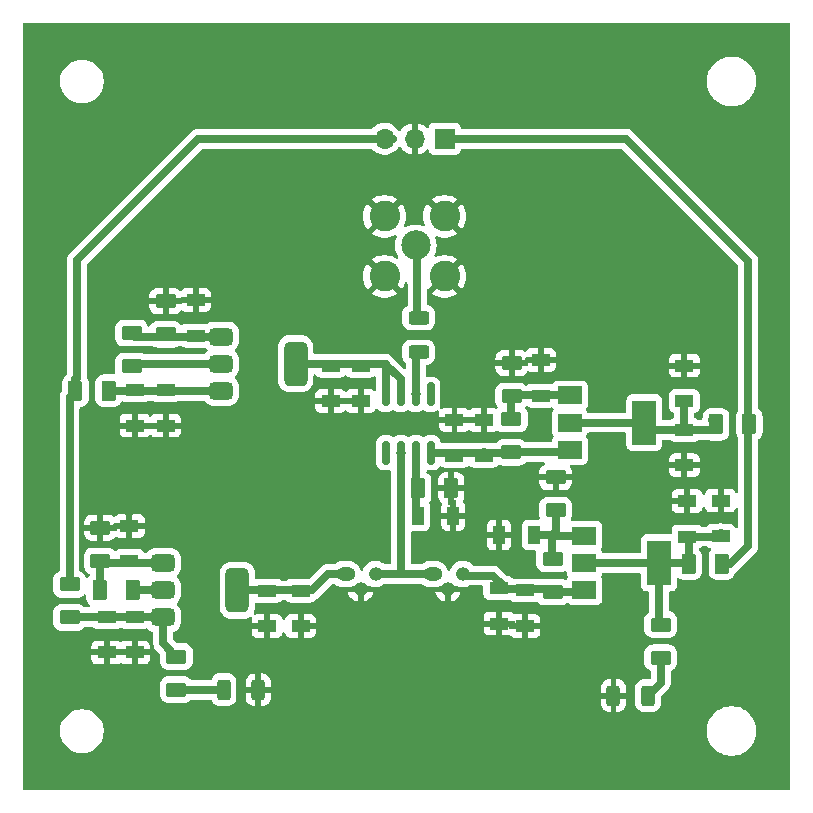
<source format=gtl>
G04 #@! TF.GenerationSoftware,KiCad,Pcbnew,8.0.2*
G04 #@! TF.CreationDate,2024-06-23T21:23:38-04:00*
G04 #@! TF.ProjectId,Homodyne,486f6d6f-6479-46e6-952e-6b696361645f,rev?*
G04 #@! TF.SameCoordinates,Original*
G04 #@! TF.FileFunction,Copper,L1,Top*
G04 #@! TF.FilePolarity,Positive*
%FSLAX46Y46*%
G04 Gerber Fmt 4.6, Leading zero omitted, Abs format (unit mm)*
G04 Created by KiCad (PCBNEW 8.0.2) date 2024-06-23 21:23:38*
%MOMM*%
%LPD*%
G01*
G04 APERTURE LIST*
G04 Aperture macros list*
%AMRoundRect*
0 Rectangle with rounded corners*
0 $1 Rounding radius*
0 $2 $3 $4 $5 $6 $7 $8 $9 X,Y pos of 4 corners*
0 Add a 4 corners polygon primitive as box body*
4,1,4,$2,$3,$4,$5,$6,$7,$8,$9,$2,$3,0*
0 Add four circle primitives for the rounded corners*
1,1,$1+$1,$2,$3*
1,1,$1+$1,$4,$5*
1,1,$1+$1,$6,$7*
1,1,$1+$1,$8,$9*
0 Add four rect primitives between the rounded corners*
20,1,$1+$1,$2,$3,$4,$5,0*
20,1,$1+$1,$4,$5,$6,$7,0*
20,1,$1+$1,$6,$7,$8,$9,0*
20,1,$1+$1,$8,$9,$2,$3,0*%
G04 Aperture macros list end*
G04 #@! TA.AperFunction,Conductor*
%ADD10C,0.650000*%
G04 #@! TD*
G04 #@! TA.AperFunction,SMDPad,CuDef*
%ADD11RoundRect,0.375000X-0.625000X-0.375000X0.625000X-0.375000X0.625000X0.375000X-0.625000X0.375000X0*%
G04 #@! TD*
G04 #@! TA.AperFunction,SMDPad,CuDef*
%ADD12RoundRect,0.500000X-0.500000X-1.400000X0.500000X-1.400000X0.500000X1.400000X-0.500000X1.400000X0*%
G04 #@! TD*
G04 #@! TA.AperFunction,SMDPad,CuDef*
%ADD13RoundRect,0.250000X0.375000X0.625000X-0.375000X0.625000X-0.375000X-0.625000X0.375000X-0.625000X0*%
G04 #@! TD*
G04 #@! TA.AperFunction,ComponentPad*
%ADD14C,2.600000*%
G04 #@! TD*
G04 #@! TA.AperFunction,ComponentPad*
%ADD15C,2.500000*%
G04 #@! TD*
G04 #@! TA.AperFunction,SMDPad,CuDef*
%ADD16RoundRect,0.250000X-0.375000X-0.625000X0.375000X-0.625000X0.375000X0.625000X-0.375000X0.625000X0*%
G04 #@! TD*
G04 #@! TA.AperFunction,SMDPad,CuDef*
%ADD17R,2.000000X1.500000*%
G04 #@! TD*
G04 #@! TA.AperFunction,SMDPad,CuDef*
%ADD18R,2.000000X3.800000*%
G04 #@! TD*
G04 #@! TA.AperFunction,ComponentPad*
%ADD19R,1.700000X1.700000*%
G04 #@! TD*
G04 #@! TA.AperFunction,ComponentPad*
%ADD20O,1.700000X1.700000*%
G04 #@! TD*
G04 #@! TA.AperFunction,SMDPad,CuDef*
%ADD21RoundRect,0.250000X-0.625000X0.375000X-0.625000X-0.375000X0.625000X-0.375000X0.625000X0.375000X0*%
G04 #@! TD*
G04 #@! TA.AperFunction,SMDPad,CuDef*
%ADD22RoundRect,0.250000X0.625000X-0.375000X0.625000X0.375000X-0.625000X0.375000X-0.625000X-0.375000X0*%
G04 #@! TD*
G04 #@! TA.AperFunction,SMDPad,CuDef*
%ADD23RoundRect,0.150000X0.150000X-0.825000X0.150000X0.825000X-0.150000X0.825000X-0.150000X-0.825000X0*%
G04 #@! TD*
G04 #@! TA.AperFunction,ComponentPad*
%ADD24O,1.600000X1.200000*%
G04 #@! TD*
G04 #@! TA.AperFunction,ComponentPad*
%ADD25O,1.200000X1.200000*%
G04 #@! TD*
G04 #@! TA.AperFunction,SMDPad,CuDef*
%ADD26R,1.600000X1.000000*%
G04 #@! TD*
G04 #@! TA.AperFunction,SMDPad,CuDef*
%ADD27R,1.000000X1.600000*%
G04 #@! TD*
G04 #@! TA.AperFunction,SMDPad,CuDef*
%ADD28RoundRect,0.250000X-0.312500X-0.625000X0.312500X-0.625000X0.312500X0.625000X-0.312500X0.625000X0*%
G04 #@! TD*
G04 #@! TA.AperFunction,SMDPad,CuDef*
%ADD29RoundRect,0.250000X0.312500X0.625000X-0.312500X0.625000X-0.312500X-0.625000X0.312500X-0.625000X0*%
G04 #@! TD*
G04 #@! TA.AperFunction,SMDPad,CuDef*
%ADD30RoundRect,0.250000X0.625000X-0.312500X0.625000X0.312500X-0.625000X0.312500X-0.625000X-0.312500X0*%
G04 #@! TD*
G04 #@! TA.AperFunction,ViaPad*
%ADD31C,1.500000*%
G04 #@! TD*
G04 #@! TA.AperFunction,ViaPad*
%ADD32C,0.800000*%
G04 #@! TD*
G04 #@! TA.AperFunction,Conductor*
%ADD33C,0.250000*%
G04 #@! TD*
G04 APERTURE END LIST*
D10*
X153400000Y-94800000D02*
X153400000Y-89800000D01*
X153300000Y-101400000D02*
X153300000Y-97700000D01*
D11*
X136790000Y-96600000D03*
X136790000Y-98900000D03*
X136790000Y-101200000D03*
D12*
X143090000Y-98900000D03*
D13*
X181490000Y-104020000D03*
X178690000Y-104020000D03*
D14*
X150620000Y-86420000D03*
X150620000Y-91500000D03*
X155700000Y-86420000D03*
X155700000Y-91500000D03*
D15*
X153260000Y-88885000D03*
D16*
X124450000Y-101190000D03*
X127250000Y-101190000D03*
D17*
X166310000Y-101590000D03*
X166310000Y-103890000D03*
D18*
X172610000Y-103890000D03*
D17*
X166310000Y-106190000D03*
D19*
X155700000Y-79850000D03*
D20*
X153160000Y-79850000D03*
X150620000Y-79850000D03*
D21*
X161350000Y-103590000D03*
X161350000Y-106390000D03*
D22*
X129200000Y-99100000D03*
X129200000Y-96300000D03*
X161380000Y-101640000D03*
X161380000Y-98840000D03*
D23*
X150735000Y-106455000D03*
X152005000Y-106455000D03*
X153275000Y-106455000D03*
X154545000Y-106455000D03*
X154545000Y-101505000D03*
X153275000Y-101505000D03*
X152005000Y-101505000D03*
X150735000Y-101505000D03*
D13*
X156260000Y-109450000D03*
X153460000Y-109450000D03*
D22*
X165100000Y-111300000D03*
X165100000Y-108500000D03*
D13*
X179180000Y-115840000D03*
X176380000Y-115840000D03*
D22*
X164840000Y-118230000D03*
X164840000Y-115430000D03*
D11*
X131860000Y-115780000D03*
X131860000Y-118080000D03*
X131860000Y-120380000D03*
D12*
X138160000Y-118080000D03*
D13*
X129286000Y-118059200D03*
X126486000Y-118059200D03*
D17*
X167540000Y-113460000D03*
X167540000Y-115760000D03*
D18*
X173840000Y-115760000D03*
D17*
X167540000Y-118060000D03*
D22*
X126542800Y-115598400D03*
X126542800Y-112798400D03*
D21*
X123952000Y-117573600D03*
X123952000Y-120373600D03*
D24*
X147320000Y-116700000D03*
D25*
X148590000Y-117970000D03*
X149860000Y-116700000D03*
D26*
X176240000Y-110532500D03*
X176240000Y-113532500D03*
X179070000Y-110490000D03*
X179070000Y-113490000D03*
X127101600Y-120343800D03*
X127101600Y-123343800D03*
D27*
X156440000Y-111760000D03*
X153440000Y-111760000D03*
D26*
X160300000Y-117900000D03*
X160300000Y-120900000D03*
X143510000Y-118110000D03*
X143510000Y-121110000D03*
X129500000Y-101140000D03*
X129500000Y-104140000D03*
X176000000Y-99060000D03*
X176000000Y-102060000D03*
D27*
X163300000Y-113400000D03*
X160300000Y-113400000D03*
D26*
X156540000Y-103680000D03*
X156540000Y-106680000D03*
X162500000Y-118100000D03*
X162500000Y-121100000D03*
X140680000Y-118110000D03*
X140680000Y-121110000D03*
X163830000Y-101600000D03*
X163830000Y-98600000D03*
X146050000Y-99060000D03*
X146050000Y-102060000D03*
X148590000Y-99060000D03*
X148590000Y-102060000D03*
X159020000Y-106680000D03*
X159020000Y-103680000D03*
X134620000Y-96520000D03*
X134620000Y-93520000D03*
X129006600Y-115622200D03*
X129006600Y-112622200D03*
X132080000Y-101140000D03*
X132080000Y-104140000D03*
D22*
X132080000Y-96400000D03*
X132080000Y-93600000D03*
D26*
X176000000Y-107500000D03*
X176000000Y-104500000D03*
D24*
X154700000Y-116700000D03*
D25*
X155970000Y-117970000D03*
X157240000Y-116700000D03*
D26*
X129463800Y-120343800D03*
X129463800Y-123343800D03*
D22*
X133000000Y-126500000D03*
X133000000Y-123700000D03*
D21*
X174000000Y-121000000D03*
X174000000Y-123800000D03*
D28*
X137000000Y-126500000D03*
X139925000Y-126500000D03*
D29*
X172925000Y-127000000D03*
X170000000Y-127000000D03*
D30*
X153500000Y-97925000D03*
X153500000Y-95000000D03*
D31*
X156500000Y-129000000D03*
X142000000Y-74000000D03*
X129000000Y-111000000D03*
X161000000Y-83000000D03*
X179000000Y-124000000D03*
X169000000Y-84000000D03*
X133000000Y-91000000D03*
X124000000Y-84000000D03*
X182000000Y-119000000D03*
X163500000Y-126000000D03*
X143000000Y-91000000D03*
X140000000Y-129000000D03*
X140000000Y-107000000D03*
X175000000Y-92000000D03*
X135000000Y-109000000D03*
X137000000Y-124000000D03*
X171000000Y-110000000D03*
X171000000Y-124000000D03*
X168000000Y-96000000D03*
X167000000Y-75000000D03*
X163000000Y-93000000D03*
X143000000Y-112000000D03*
X175000000Y-97000000D03*
X150000000Y-124500000D03*
X138430000Y-86360000D03*
D32*
X153275000Y-101500000D03*
X152025000Y-106425000D03*
D10*
X176160000Y-115890000D02*
X176190000Y-115860000D01*
X176090000Y-115760000D02*
X176190000Y-115860000D01*
X173840000Y-115760000D02*
X176090000Y-115760000D01*
X178797500Y-113532500D02*
X179070000Y-113260000D01*
X176380000Y-115840000D02*
X176380000Y-113672500D01*
X176240000Y-113532500D02*
X178797500Y-113532500D01*
X173840000Y-115760000D02*
X173840000Y-120840000D01*
X173840000Y-120840000D02*
X174000000Y-121000000D01*
X176380000Y-113672500D02*
X176240000Y-113532500D01*
X167540000Y-115760000D02*
X173840000Y-115760000D01*
X131860000Y-120380000D02*
X131860000Y-122560000D01*
X132110000Y-120380000D02*
X127137800Y-120380000D01*
X131860000Y-122560000D02*
X133000000Y-123700000D01*
X127101600Y-120343800D02*
X123981800Y-120343800D01*
X123981800Y-120343800D02*
X123952000Y-120373600D01*
X127137800Y-120380000D02*
X127101600Y-120343800D01*
X153275000Y-106455000D02*
X153275000Y-111355000D01*
X153275000Y-106455000D02*
X153275000Y-109255000D01*
D33*
X167170000Y-118430000D02*
X167540000Y-118060000D01*
X167290000Y-118060000D02*
X167540000Y-118060000D01*
X164210000Y-118300000D02*
X164340000Y-118430000D01*
D10*
X167370000Y-118230000D02*
X167540000Y-118060000D01*
X167530000Y-118050000D02*
X167540000Y-118060000D01*
X164840000Y-118230000D02*
X167370000Y-118230000D01*
X164610000Y-118000000D02*
X164840000Y-118230000D01*
X160970000Y-118000000D02*
X164610000Y-118000000D01*
X157570000Y-116840000D02*
X159810000Y-116840000D01*
X159810000Y-116840000D02*
X160970000Y-118000000D01*
X140240000Y-118080000D02*
X137910000Y-118080000D01*
X140250000Y-118090000D02*
X140240000Y-118080000D01*
X144480000Y-118090000D02*
X145870000Y-116700000D01*
X140250000Y-118090000D02*
X144480000Y-118090000D01*
X145870000Y-116700000D02*
X147320000Y-116700000D01*
X132090000Y-118060000D02*
X132110000Y-118080000D01*
X132110000Y-118080000D02*
X129306800Y-118080000D01*
X129306800Y-118080000D02*
X129286000Y-118059200D01*
X137040000Y-101200000D02*
X131513926Y-101200000D01*
X131513926Y-101200000D02*
X127500000Y-101200000D01*
X178210000Y-104500000D02*
X178690000Y-104020000D01*
X176000000Y-104500000D02*
X173220000Y-104500000D01*
X176000000Y-104500000D02*
X178210000Y-104500000D01*
X166310000Y-103890000D02*
X172610000Y-103890000D01*
X178350000Y-103680000D02*
X178690000Y-104020000D01*
X176000000Y-102060000D02*
X176000000Y-104500000D01*
X173220000Y-104500000D02*
X172610000Y-103890000D01*
D33*
X164470000Y-115500000D02*
X164340000Y-115630000D01*
D10*
X164800000Y-113400000D02*
X163300000Y-113400000D01*
X164820000Y-115410000D02*
X164840000Y-115430000D01*
X165100000Y-113120000D02*
X165100000Y-111300000D01*
X164820000Y-113400000D02*
X164880000Y-113460000D01*
X164810000Y-113410000D02*
X164800000Y-113400000D01*
X164810000Y-113410000D02*
X165100000Y-113120000D01*
X164820000Y-113400000D02*
X164820000Y-115410000D01*
X164880000Y-113460000D02*
X167540000Y-113460000D01*
X164810000Y-113410000D02*
X164820000Y-113400000D01*
X129400000Y-98900000D02*
X129200000Y-99100000D01*
X137040000Y-98900000D02*
X129400000Y-98900000D01*
X161285000Y-106455000D02*
X161350000Y-106390000D01*
X161350000Y-106390000D02*
X166110000Y-106390000D01*
X154545000Y-106455000D02*
X161285000Y-106455000D01*
X158975000Y-106455000D02*
X159020000Y-106410000D01*
X161350000Y-101670000D02*
X161380000Y-101640000D01*
X166310000Y-101590000D02*
X161430000Y-101590000D01*
X161350000Y-103590000D02*
X161350000Y-101670000D01*
X150670000Y-98900000D02*
X150735000Y-98965000D01*
X150735000Y-98965000D02*
X150735000Y-101505000D01*
X152005000Y-100235000D02*
X150670000Y-98900000D01*
X152005000Y-101505000D02*
X152005000Y-100235000D01*
X150670000Y-98900000D02*
X142840000Y-98900000D01*
X154960000Y-116770000D02*
X155030000Y-116840000D01*
X154800000Y-116770000D02*
X154840000Y-116810000D01*
X154830000Y-116700000D02*
X151980000Y-116700000D01*
X151980000Y-116700000D02*
X152005000Y-116675000D01*
X152005000Y-116675000D02*
X152005000Y-106455000D01*
X149860000Y-116700000D02*
X151980000Y-116700000D01*
D33*
X134130000Y-96620000D02*
X134550000Y-96620000D01*
D10*
X137040000Y-96600000D02*
X129500000Y-96600000D01*
X129500000Y-96600000D02*
X129200000Y-96300000D01*
X132110000Y-115780000D02*
X126724400Y-115780000D01*
X126486000Y-115655200D02*
X126542800Y-115598400D01*
X126724400Y-115780000D02*
X126542800Y-115598400D01*
X126486000Y-118059200D02*
X126486000Y-115655200D01*
X174000000Y-123800000D02*
X174000000Y-125925000D01*
X174000000Y-125925000D02*
X172925000Y-127000000D01*
X133000000Y-126500000D02*
X137000000Y-126500000D01*
X181400000Y-90200000D02*
X171050000Y-79850000D01*
X181400000Y-114345000D02*
X181400000Y-90200000D01*
X171050000Y-79850000D02*
X155700000Y-79850000D01*
X179180000Y-115840000D02*
X179905000Y-115840000D01*
X179905000Y-115840000D02*
X181400000Y-114345000D01*
X124570000Y-90140000D02*
X124570000Y-96360000D01*
X134860000Y-79850000D02*
X124570000Y-90140000D01*
D33*
X124570000Y-95385000D02*
X124570000Y-96360000D01*
X124440000Y-96490000D02*
X124570000Y-96360000D01*
D10*
X151370000Y-79850000D02*
X134860000Y-79850000D01*
X124450000Y-101190000D02*
X124450000Y-100215000D01*
X124570000Y-100095000D02*
X124570000Y-96360000D01*
X124450000Y-100215000D02*
X124570000Y-100095000D01*
X123952000Y-117573600D02*
X123952000Y-101688000D01*
X123952000Y-101688000D02*
X124450000Y-101190000D01*
G04 #@! TA.AperFunction,Conductor*
G36*
X184917539Y-70045185D02*
G01*
X184963294Y-70097989D01*
X184974500Y-70149500D01*
X184974500Y-134850500D01*
X184954815Y-134917539D01*
X184902011Y-134963294D01*
X184850500Y-134974500D01*
X120149500Y-134974500D01*
X120082461Y-134954815D01*
X120036706Y-134902011D01*
X120025500Y-134850500D01*
X120025500Y-129878711D01*
X123149500Y-129878711D01*
X123149500Y-130121288D01*
X123181161Y-130361785D01*
X123243947Y-130596104D01*
X123277303Y-130676632D01*
X123336776Y-130820212D01*
X123458064Y-131030289D01*
X123458066Y-131030292D01*
X123458067Y-131030293D01*
X123605733Y-131222736D01*
X123605739Y-131222743D01*
X123777256Y-131394260D01*
X123777262Y-131394265D01*
X123969711Y-131541936D01*
X124179788Y-131663224D01*
X124403900Y-131756054D01*
X124638211Y-131818838D01*
X124818586Y-131842584D01*
X124878711Y-131850500D01*
X124878712Y-131850500D01*
X125121289Y-131850500D01*
X125169388Y-131844167D01*
X125361789Y-131818838D01*
X125596100Y-131756054D01*
X125820212Y-131663224D01*
X126030289Y-131541936D01*
X126222738Y-131394265D01*
X126394265Y-131222738D01*
X126541936Y-131030289D01*
X126663224Y-130820212D01*
X126756054Y-130596100D01*
X126818838Y-130361789D01*
X126850500Y-130121288D01*
X126850500Y-129878712D01*
X126848344Y-129862332D01*
X177899500Y-129862332D01*
X177899500Y-130137667D01*
X177899501Y-130137684D01*
X177935438Y-130410655D01*
X177935439Y-130410660D01*
X177935440Y-130410666D01*
X177935441Y-130410668D01*
X178006704Y-130676630D01*
X178112075Y-130931017D01*
X178112080Y-130931028D01*
X178194861Y-131074407D01*
X178249751Y-131169479D01*
X178249753Y-131169482D01*
X178249754Y-131169483D01*
X178417370Y-131387926D01*
X178417376Y-131387933D01*
X178612066Y-131582623D01*
X178612072Y-131582628D01*
X178830521Y-131750249D01*
X178983778Y-131838732D01*
X179068971Y-131887919D01*
X179068976Y-131887921D01*
X179068979Y-131887923D01*
X179323368Y-131993295D01*
X179589334Y-132064560D01*
X179862326Y-132100500D01*
X179862333Y-132100500D01*
X180137667Y-132100500D01*
X180137674Y-132100500D01*
X180410666Y-132064560D01*
X180676632Y-131993295D01*
X180931021Y-131887923D01*
X181169479Y-131750249D01*
X181387928Y-131582628D01*
X181582628Y-131387928D01*
X181750249Y-131169479D01*
X181887923Y-130931021D01*
X181993295Y-130676632D01*
X182064560Y-130410666D01*
X182100500Y-130137674D01*
X182100500Y-129862326D01*
X182064560Y-129589334D01*
X181993295Y-129323368D01*
X181887923Y-129068979D01*
X181887921Y-129068976D01*
X181887919Y-129068971D01*
X181838732Y-128983778D01*
X181750249Y-128830521D01*
X181582628Y-128612072D01*
X181582623Y-128612066D01*
X181387933Y-128417376D01*
X181387926Y-128417370D01*
X181169483Y-128249754D01*
X181169482Y-128249753D01*
X181169479Y-128249751D01*
X181050678Y-128181161D01*
X180931028Y-128112080D01*
X180931017Y-128112075D01*
X180676630Y-128006704D01*
X180543649Y-127971072D01*
X180410666Y-127935440D01*
X180410660Y-127935439D01*
X180410655Y-127935438D01*
X180137684Y-127899501D01*
X180137679Y-127899500D01*
X180137674Y-127899500D01*
X179862326Y-127899500D01*
X179862320Y-127899500D01*
X179862315Y-127899501D01*
X179589344Y-127935438D01*
X179589337Y-127935439D01*
X179589334Y-127935440D01*
X179556925Y-127944124D01*
X179323369Y-128006704D01*
X179068982Y-128112075D01*
X179068971Y-128112080D01*
X178830516Y-128249754D01*
X178612073Y-128417370D01*
X178612066Y-128417376D01*
X178417376Y-128612066D01*
X178417370Y-128612073D01*
X178249754Y-128830516D01*
X178112080Y-129068971D01*
X178112075Y-129068982D01*
X178006704Y-129323369D01*
X177935441Y-129589331D01*
X177935438Y-129589344D01*
X177899501Y-129862315D01*
X177899500Y-129862332D01*
X126848344Y-129862332D01*
X126818838Y-129638211D01*
X126756054Y-129403900D01*
X126663224Y-129179788D01*
X126541936Y-128969711D01*
X126394265Y-128777262D01*
X126394260Y-128777256D01*
X126222743Y-128605739D01*
X126222736Y-128605733D01*
X126030293Y-128458067D01*
X126030292Y-128458066D01*
X126030289Y-128458064D01*
X125820212Y-128336776D01*
X125820205Y-128336773D01*
X125596104Y-128243947D01*
X125361785Y-128181161D01*
X125121289Y-128149500D01*
X125121288Y-128149500D01*
X124878712Y-128149500D01*
X124878711Y-128149500D01*
X124638214Y-128181161D01*
X124403895Y-128243947D01*
X124179794Y-128336773D01*
X124179785Y-128336777D01*
X123969706Y-128458067D01*
X123777263Y-128605733D01*
X123777256Y-128605739D01*
X123605739Y-128777256D01*
X123605733Y-128777263D01*
X123458067Y-128969706D01*
X123336777Y-129179785D01*
X123336773Y-129179794D01*
X123243947Y-129403895D01*
X123181161Y-129638214D01*
X123149500Y-129878711D01*
X120025500Y-129878711D01*
X120025500Y-126074447D01*
X131616500Y-126074447D01*
X131616500Y-126925537D01*
X131616501Y-126925553D01*
X131627113Y-127029427D01*
X131670085Y-127159109D01*
X131682885Y-127197738D01*
X131775970Y-127348652D01*
X131901348Y-127474030D01*
X132052262Y-127567115D01*
X132220574Y-127622887D01*
X132324455Y-127633500D01*
X133675544Y-127633499D01*
X133779426Y-127622887D01*
X133947738Y-127567115D01*
X134098652Y-127474030D01*
X134202864Y-127369818D01*
X134264187Y-127336334D01*
X134290545Y-127333500D01*
X135867990Y-127333500D01*
X135935029Y-127353185D01*
X135980784Y-127405989D01*
X135985693Y-127418491D01*
X135995385Y-127447738D01*
X136088470Y-127598652D01*
X136213848Y-127724030D01*
X136364762Y-127817115D01*
X136533074Y-127872887D01*
X136636955Y-127883500D01*
X137363044Y-127883499D01*
X137466926Y-127872887D01*
X137635238Y-127817115D01*
X137786152Y-127724030D01*
X137911530Y-127598652D01*
X138004615Y-127447738D01*
X138060387Y-127279426D01*
X138071000Y-127175545D01*
X138071000Y-127174986D01*
X138862501Y-127174986D01*
X138872994Y-127277697D01*
X138928141Y-127444119D01*
X138928143Y-127444124D01*
X139020184Y-127593345D01*
X139144154Y-127717315D01*
X139293375Y-127809356D01*
X139293380Y-127809358D01*
X139459802Y-127864505D01*
X139459809Y-127864506D01*
X139562519Y-127874999D01*
X139674999Y-127874999D01*
X140175000Y-127874999D01*
X140287472Y-127874999D01*
X140287486Y-127874998D01*
X140390197Y-127864505D01*
X140556619Y-127809358D01*
X140556624Y-127809356D01*
X140705845Y-127717315D01*
X140748174Y-127674986D01*
X168937501Y-127674986D01*
X168947994Y-127777697D01*
X169003141Y-127944119D01*
X169003143Y-127944124D01*
X169095184Y-128093345D01*
X169219154Y-128217315D01*
X169368375Y-128309356D01*
X169368380Y-128309358D01*
X169534802Y-128364505D01*
X169534809Y-128364506D01*
X169637519Y-128374999D01*
X169749999Y-128374999D01*
X170250000Y-128374999D01*
X170362472Y-128374999D01*
X170362486Y-128374998D01*
X170465197Y-128364505D01*
X170631619Y-128309358D01*
X170631624Y-128309356D01*
X170780845Y-128217315D01*
X170904815Y-128093345D01*
X170996856Y-127944124D01*
X170996858Y-127944119D01*
X171052005Y-127777697D01*
X171052006Y-127777690D01*
X171062499Y-127674986D01*
X171062500Y-127674973D01*
X171062500Y-127250000D01*
X170250000Y-127250000D01*
X170250000Y-128374999D01*
X169749999Y-128374999D01*
X169750000Y-128374998D01*
X169750000Y-127250000D01*
X168937501Y-127250000D01*
X168937501Y-127674986D01*
X140748174Y-127674986D01*
X140829815Y-127593345D01*
X140921856Y-127444124D01*
X140921858Y-127444119D01*
X140977005Y-127277697D01*
X140977006Y-127277690D01*
X140987499Y-127174986D01*
X140987500Y-127174973D01*
X140987500Y-126750000D01*
X140175000Y-126750000D01*
X140175000Y-127874999D01*
X139674999Y-127874999D01*
X139675000Y-127874998D01*
X139675000Y-126750000D01*
X138862501Y-126750000D01*
X138862501Y-127174986D01*
X138071000Y-127174986D01*
X138070999Y-126325013D01*
X168937500Y-126325013D01*
X168937500Y-126750000D01*
X169750000Y-126750000D01*
X170250000Y-126750000D01*
X171062499Y-126750000D01*
X171062499Y-126325028D01*
X171062498Y-126325013D01*
X171062440Y-126324447D01*
X171854000Y-126324447D01*
X171854000Y-127675537D01*
X171854001Y-127675553D01*
X171864613Y-127779427D01*
X171892805Y-127864505D01*
X171920385Y-127947738D01*
X172013470Y-128098652D01*
X172138848Y-128224030D01*
X172289762Y-128317115D01*
X172458074Y-128372887D01*
X172561955Y-128383500D01*
X173288044Y-128383499D01*
X173391926Y-128372887D01*
X173560238Y-128317115D01*
X173711152Y-128224030D01*
X173836530Y-128098652D01*
X173929615Y-127947738D01*
X173985387Y-127779426D01*
X173996000Y-127675545D01*
X173995999Y-127159108D01*
X174015683Y-127092070D01*
X174032318Y-127071428D01*
X174647419Y-126456328D01*
X174647419Y-126456327D01*
X174647422Y-126456325D01*
X174693335Y-126387609D01*
X174738637Y-126319812D01*
X174779027Y-126222302D01*
X174801469Y-126168123D01*
X174833500Y-126007093D01*
X174833500Y-125842907D01*
X174833500Y-124994510D01*
X174853185Y-124927471D01*
X174905989Y-124881716D01*
X174918492Y-124876805D01*
X174947738Y-124867115D01*
X175098652Y-124774030D01*
X175224030Y-124648652D01*
X175317115Y-124497738D01*
X175372887Y-124329426D01*
X175383500Y-124225545D01*
X175383499Y-123374456D01*
X175372887Y-123270574D01*
X175317115Y-123102262D01*
X175224030Y-122951348D01*
X175098652Y-122825970D01*
X175004898Y-122768142D01*
X174947740Y-122732886D01*
X174947735Y-122732884D01*
X174779427Y-122677113D01*
X174675545Y-122666500D01*
X173324462Y-122666500D01*
X173324446Y-122666501D01*
X173220572Y-122677113D01*
X173052264Y-122732884D01*
X173052259Y-122732886D01*
X172901346Y-122825971D01*
X172775971Y-122951346D01*
X172682886Y-123102259D01*
X172682884Y-123102264D01*
X172627113Y-123270572D01*
X172616500Y-123374447D01*
X172616500Y-124225537D01*
X172616501Y-124225553D01*
X172627113Y-124329427D01*
X172682884Y-124497735D01*
X172682885Y-124497738D01*
X172775970Y-124648652D01*
X172901348Y-124774030D01*
X173052262Y-124867115D01*
X173081502Y-124876803D01*
X173138947Y-124916574D01*
X173165772Y-124981089D01*
X173166500Y-124994510D01*
X173166500Y-125492500D01*
X173146815Y-125559539D01*
X173094011Y-125605294D01*
X173042500Y-125616500D01*
X172561962Y-125616500D01*
X172561946Y-125616501D01*
X172458072Y-125627113D01*
X172289764Y-125682884D01*
X172289759Y-125682886D01*
X172138846Y-125775971D01*
X172013471Y-125901346D01*
X171920386Y-126052259D01*
X171920384Y-126052264D01*
X171864613Y-126220572D01*
X171854000Y-126324447D01*
X171062440Y-126324447D01*
X171052005Y-126222302D01*
X170996858Y-126055880D01*
X170996856Y-126055875D01*
X170904815Y-125906654D01*
X170780845Y-125782684D01*
X170631624Y-125690643D01*
X170631619Y-125690641D01*
X170465197Y-125635494D01*
X170465190Y-125635493D01*
X170362486Y-125625000D01*
X170250000Y-125625000D01*
X170250000Y-126750000D01*
X169750000Y-126750000D01*
X169750000Y-125625000D01*
X169637527Y-125625000D01*
X169637512Y-125625001D01*
X169534802Y-125635494D01*
X169368380Y-125690641D01*
X169368375Y-125690643D01*
X169219154Y-125782684D01*
X169095184Y-125906654D01*
X169003143Y-126055875D01*
X169003141Y-126055880D01*
X168947994Y-126222302D01*
X168947993Y-126222309D01*
X168937500Y-126325013D01*
X138070999Y-126325013D01*
X138070999Y-125825013D01*
X138862500Y-125825013D01*
X138862500Y-126250000D01*
X139675000Y-126250000D01*
X140175000Y-126250000D01*
X140987499Y-126250000D01*
X140987499Y-125825028D01*
X140987498Y-125825013D01*
X140977005Y-125722302D01*
X140921858Y-125555880D01*
X140921856Y-125555875D01*
X140829815Y-125406654D01*
X140705845Y-125282684D01*
X140556624Y-125190643D01*
X140556619Y-125190641D01*
X140390197Y-125135494D01*
X140390190Y-125135493D01*
X140287486Y-125125000D01*
X140175000Y-125125000D01*
X140175000Y-126250000D01*
X139675000Y-126250000D01*
X139675000Y-125125000D01*
X139562527Y-125125000D01*
X139562512Y-125125001D01*
X139459802Y-125135494D01*
X139293380Y-125190641D01*
X139293375Y-125190643D01*
X139144154Y-125282684D01*
X139020184Y-125406654D01*
X138928143Y-125555875D01*
X138928141Y-125555880D01*
X138872994Y-125722302D01*
X138872993Y-125722309D01*
X138862500Y-125825013D01*
X138070999Y-125825013D01*
X138070999Y-125824456D01*
X138060387Y-125720574D01*
X138004615Y-125552262D01*
X137911530Y-125401348D01*
X137786152Y-125275970D01*
X137647816Y-125190643D01*
X137635240Y-125182886D01*
X137635235Y-125182884D01*
X137466927Y-125127113D01*
X137363046Y-125116500D01*
X136636962Y-125116500D01*
X136636946Y-125116501D01*
X136533072Y-125127113D01*
X136364764Y-125182884D01*
X136364759Y-125182886D01*
X136213846Y-125275971D01*
X136088471Y-125401346D01*
X135995386Y-125552259D01*
X135995383Y-125552266D01*
X135985696Y-125581503D01*
X135945924Y-125638948D01*
X135881409Y-125665772D01*
X135867990Y-125666500D01*
X134290545Y-125666500D01*
X134223506Y-125646815D01*
X134202864Y-125630182D01*
X134152435Y-125579753D01*
X134098652Y-125525970D01*
X133947738Y-125432885D01*
X133852558Y-125401346D01*
X133779427Y-125377113D01*
X133675545Y-125366500D01*
X132324462Y-125366500D01*
X132324446Y-125366501D01*
X132220572Y-125377113D01*
X132052264Y-125432884D01*
X132052259Y-125432886D01*
X131901346Y-125525971D01*
X131775971Y-125651346D01*
X131682886Y-125802259D01*
X131682884Y-125802264D01*
X131627113Y-125970572D01*
X131616500Y-126074447D01*
X120025500Y-126074447D01*
X120025500Y-123891644D01*
X125801600Y-123891644D01*
X125808001Y-123951172D01*
X125808003Y-123951179D01*
X125858245Y-124085886D01*
X125858249Y-124085893D01*
X125944409Y-124200987D01*
X125944412Y-124200990D01*
X126059506Y-124287150D01*
X126059513Y-124287154D01*
X126194220Y-124337396D01*
X126194227Y-124337398D01*
X126253755Y-124343799D01*
X126253772Y-124343800D01*
X126851600Y-124343800D01*
X127351600Y-124343800D01*
X127949428Y-124343800D01*
X127949444Y-124343799D01*
X128008972Y-124337398D01*
X128008979Y-124337396D01*
X128143686Y-124287154D01*
X128143693Y-124287150D01*
X128208389Y-124238719D01*
X128273853Y-124214301D01*
X128342126Y-124229152D01*
X128357011Y-124238719D01*
X128421706Y-124287150D01*
X128421713Y-124287154D01*
X128556420Y-124337396D01*
X128556427Y-124337398D01*
X128615955Y-124343799D01*
X128615972Y-124343800D01*
X129213800Y-124343800D01*
X129713800Y-124343800D01*
X130311628Y-124343800D01*
X130311644Y-124343799D01*
X130371172Y-124337398D01*
X130371179Y-124337396D01*
X130505886Y-124287154D01*
X130505893Y-124287150D01*
X130620987Y-124200990D01*
X130620990Y-124200987D01*
X130707150Y-124085893D01*
X130707154Y-124085886D01*
X130757396Y-123951179D01*
X130757398Y-123951172D01*
X130763799Y-123891644D01*
X130763800Y-123891627D01*
X130763800Y-123593800D01*
X129713800Y-123593800D01*
X129713800Y-124343800D01*
X129213800Y-124343800D01*
X129213800Y-123593800D01*
X127351600Y-123593800D01*
X127351600Y-124343800D01*
X126851600Y-124343800D01*
X126851600Y-123593800D01*
X125801600Y-123593800D01*
X125801600Y-123891644D01*
X120025500Y-123891644D01*
X120025500Y-122795955D01*
X125801600Y-122795955D01*
X125801600Y-123093800D01*
X126851600Y-123093800D01*
X127351600Y-123093800D01*
X129213800Y-123093800D01*
X129713800Y-123093800D01*
X130763800Y-123093800D01*
X130763800Y-122795972D01*
X130763799Y-122795955D01*
X130757398Y-122736427D01*
X130757396Y-122736420D01*
X130707154Y-122601713D01*
X130707150Y-122601706D01*
X130620990Y-122486612D01*
X130620987Y-122486609D01*
X130505893Y-122400449D01*
X130505886Y-122400445D01*
X130371179Y-122350203D01*
X130371172Y-122350201D01*
X130311644Y-122343800D01*
X129713800Y-122343800D01*
X129713800Y-123093800D01*
X129213800Y-123093800D01*
X129213800Y-122343800D01*
X128615955Y-122343800D01*
X128556427Y-122350201D01*
X128556420Y-122350203D01*
X128421713Y-122400445D01*
X128421710Y-122400447D01*
X128357011Y-122448881D01*
X128291546Y-122473298D01*
X128223273Y-122458446D01*
X128208389Y-122448881D01*
X128143689Y-122400447D01*
X128143686Y-122400445D01*
X128008979Y-122350203D01*
X128008972Y-122350201D01*
X127949444Y-122343800D01*
X127351600Y-122343800D01*
X127351600Y-123093800D01*
X126851600Y-123093800D01*
X126851600Y-122343800D01*
X126253755Y-122343800D01*
X126194227Y-122350201D01*
X126194220Y-122350203D01*
X126059513Y-122400445D01*
X126059506Y-122400449D01*
X125944412Y-122486609D01*
X125944409Y-122486612D01*
X125858249Y-122601706D01*
X125858245Y-122601713D01*
X125808003Y-122736420D01*
X125808001Y-122736427D01*
X125801600Y-122795955D01*
X120025500Y-122795955D01*
X120025500Y-117148047D01*
X122568500Y-117148047D01*
X122568500Y-117999137D01*
X122568501Y-117999153D01*
X122579113Y-118103027D01*
X122627838Y-118250070D01*
X122634885Y-118271338D01*
X122727970Y-118422252D01*
X122853348Y-118547630D01*
X123004262Y-118640715D01*
X123172574Y-118696487D01*
X123276455Y-118707100D01*
X124627544Y-118707099D01*
X124731426Y-118696487D01*
X124899738Y-118640715D01*
X125050652Y-118547630D01*
X125140822Y-118457459D01*
X125202141Y-118423977D01*
X125271833Y-118428961D01*
X125327767Y-118470832D01*
X125352184Y-118536296D01*
X125352500Y-118545142D01*
X125352500Y-118734736D01*
X125352501Y-118734753D01*
X125363113Y-118838627D01*
X125407724Y-118973256D01*
X125418885Y-119006938D01*
X125493178Y-119127386D01*
X125511971Y-119157853D01*
X125637347Y-119283229D01*
X125643015Y-119287711D01*
X125641415Y-119289733D01*
X125680070Y-119332707D01*
X125691293Y-119401670D01*
X125663450Y-119465752D01*
X125605382Y-119504609D01*
X125568249Y-119510300D01*
X125212744Y-119510300D01*
X125145705Y-119490615D01*
X125125063Y-119473981D01*
X125050653Y-119399571D01*
X125050652Y-119399570D01*
X124931970Y-119326366D01*
X124899740Y-119306486D01*
X124899735Y-119306484D01*
X124731427Y-119250713D01*
X124627545Y-119240100D01*
X123276462Y-119240100D01*
X123276446Y-119240101D01*
X123172572Y-119250713D01*
X123004264Y-119306484D01*
X123004259Y-119306486D01*
X122853346Y-119399571D01*
X122727971Y-119524946D01*
X122634886Y-119675859D01*
X122634884Y-119675864D01*
X122579113Y-119844172D01*
X122568500Y-119948047D01*
X122568500Y-120799137D01*
X122568501Y-120799153D01*
X122578188Y-120893969D01*
X122579113Y-120903026D01*
X122634885Y-121071338D01*
X122727970Y-121222252D01*
X122853348Y-121347630D01*
X123004262Y-121440715D01*
X123172574Y-121496487D01*
X123276455Y-121507100D01*
X124627544Y-121507099D01*
X124731426Y-121496487D01*
X124899738Y-121440715D01*
X125050652Y-121347630D01*
X125176030Y-121222252D01*
X125176030Y-121222251D01*
X125181137Y-121217145D01*
X125182560Y-121218568D01*
X125231360Y-121184013D01*
X125271606Y-121177300D01*
X125857312Y-121177300D01*
X125924351Y-121196985D01*
X125931623Y-121202033D01*
X125938338Y-121207059D01*
X125938339Y-121207061D01*
X126055396Y-121294689D01*
X126192399Y-121345789D01*
X126219650Y-121348718D01*
X126252945Y-121352299D01*
X126252962Y-121352300D01*
X127950238Y-121352300D01*
X127950254Y-121352299D01*
X127977292Y-121349391D01*
X128010801Y-121345789D01*
X128147804Y-121294689D01*
X128208390Y-121249334D01*
X128273853Y-121224918D01*
X128342126Y-121239769D01*
X128357004Y-121249330D01*
X128417596Y-121294689D01*
X128554599Y-121345789D01*
X128581850Y-121348718D01*
X128615145Y-121352299D01*
X128615162Y-121352300D01*
X130312438Y-121352300D01*
X130312454Y-121352299D01*
X130339492Y-121349391D01*
X130373001Y-121345789D01*
X130373004Y-121345788D01*
X130445769Y-121318648D01*
X130515461Y-121313663D01*
X130576785Y-121347147D01*
X130585469Y-121356792D01*
X130606830Y-121383170D01*
X130751161Y-121500047D01*
X130916638Y-121584362D01*
X130934591Y-121589172D01*
X130994251Y-121625534D01*
X131024782Y-121688380D01*
X131026500Y-121708947D01*
X131026500Y-122642097D01*
X131058529Y-122803115D01*
X131058531Y-122803123D01*
X131121362Y-122954812D01*
X131212574Y-123091320D01*
X131212580Y-123091328D01*
X131580181Y-123458928D01*
X131613666Y-123520251D01*
X131616500Y-123546609D01*
X131616500Y-124125537D01*
X131616501Y-124125553D01*
X131626717Y-124225552D01*
X131627113Y-124229426D01*
X131682885Y-124397738D01*
X131775970Y-124548652D01*
X131901348Y-124674030D01*
X132052262Y-124767115D01*
X132220574Y-124822887D01*
X132324455Y-124833500D01*
X133675544Y-124833499D01*
X133779426Y-124822887D01*
X133947738Y-124767115D01*
X134098652Y-124674030D01*
X134224030Y-124548652D01*
X134317115Y-124397738D01*
X134372887Y-124229426D01*
X134383500Y-124125545D01*
X134383499Y-123274456D01*
X134372887Y-123170574D01*
X134317115Y-123002262D01*
X134224030Y-122851348D01*
X134098652Y-122725970D01*
X133962673Y-122642097D01*
X133947740Y-122632886D01*
X133947735Y-122632884D01*
X133779427Y-122577113D01*
X133675552Y-122566500D01*
X133675545Y-122566500D01*
X133096609Y-122566500D01*
X133029570Y-122546815D01*
X133008928Y-122530181D01*
X132729819Y-122251072D01*
X132696334Y-122189749D01*
X132693500Y-122163391D01*
X132693500Y-121708947D01*
X132708506Y-121657844D01*
X139380000Y-121657844D01*
X139386401Y-121717372D01*
X139386403Y-121717379D01*
X139436645Y-121852086D01*
X139436649Y-121852093D01*
X139522809Y-121967187D01*
X139522812Y-121967190D01*
X139637906Y-122053350D01*
X139637913Y-122053354D01*
X139772620Y-122103596D01*
X139772627Y-122103598D01*
X139832155Y-122109999D01*
X139832172Y-122110000D01*
X140430000Y-122110000D01*
X140930000Y-122110000D01*
X141527828Y-122110000D01*
X141527844Y-122109999D01*
X141587372Y-122103598D01*
X141587379Y-122103596D01*
X141722086Y-122053354D01*
X141722093Y-122053350D01*
X141837187Y-121967190D01*
X141837190Y-121967187D01*
X141923350Y-121852093D01*
X141923354Y-121852086D01*
X141973597Y-121717378D01*
X141974322Y-121714311D01*
X141975537Y-121712175D01*
X141976309Y-121710108D01*
X141976643Y-121710232D01*
X142008893Y-121653593D01*
X142070803Y-121621205D01*
X142140394Y-121627429D01*
X142195574Y-121670289D01*
X142215678Y-121714311D01*
X142216402Y-121717378D01*
X142266645Y-121852086D01*
X142266649Y-121852093D01*
X142352809Y-121967187D01*
X142352812Y-121967190D01*
X142467906Y-122053350D01*
X142467913Y-122053354D01*
X142602620Y-122103596D01*
X142602627Y-122103598D01*
X142662155Y-122109999D01*
X142662172Y-122110000D01*
X143260000Y-122110000D01*
X143760000Y-122110000D01*
X144357828Y-122110000D01*
X144357844Y-122109999D01*
X144417372Y-122103598D01*
X144417379Y-122103596D01*
X144552086Y-122053354D01*
X144552093Y-122053350D01*
X144667187Y-121967190D01*
X144667190Y-121967187D01*
X144753350Y-121852093D01*
X144753354Y-121852086D01*
X144803596Y-121717379D01*
X144803598Y-121717372D01*
X144809999Y-121657844D01*
X144810000Y-121657827D01*
X144810000Y-121447844D01*
X159000000Y-121447844D01*
X159006401Y-121507372D01*
X159006403Y-121507379D01*
X159056645Y-121642086D01*
X159056649Y-121642093D01*
X159142809Y-121757187D01*
X159142812Y-121757190D01*
X159257906Y-121843350D01*
X159257913Y-121843354D01*
X159392620Y-121893596D01*
X159392627Y-121893598D01*
X159452155Y-121899999D01*
X159452172Y-121900000D01*
X160050000Y-121900000D01*
X160550000Y-121900000D01*
X161147828Y-121900000D01*
X161147844Y-121899999D01*
X161215087Y-121892769D01*
X161215361Y-121895322D01*
X161272659Y-121898378D01*
X161329342Y-121939230D01*
X161330704Y-121941015D01*
X161342813Y-121957191D01*
X161457906Y-122043350D01*
X161457913Y-122043354D01*
X161592620Y-122093596D01*
X161592627Y-122093598D01*
X161652155Y-122099999D01*
X161652172Y-122100000D01*
X162250000Y-122100000D01*
X162750000Y-122100000D01*
X163347828Y-122100000D01*
X163347844Y-122099999D01*
X163407372Y-122093598D01*
X163407379Y-122093596D01*
X163542086Y-122043354D01*
X163542093Y-122043350D01*
X163657187Y-121957190D01*
X163657190Y-121957187D01*
X163743350Y-121842093D01*
X163743354Y-121842086D01*
X163793596Y-121707379D01*
X163793598Y-121707372D01*
X163799999Y-121647844D01*
X163800000Y-121647827D01*
X163800000Y-121350000D01*
X162750000Y-121350000D01*
X162750000Y-122100000D01*
X162250000Y-122100000D01*
X162250000Y-121350000D01*
X161281000Y-121350000D01*
X161213961Y-121330315D01*
X161168206Y-121277511D01*
X161157000Y-121226000D01*
X161157000Y-121150000D01*
X160550000Y-121150000D01*
X160550000Y-121900000D01*
X160050000Y-121900000D01*
X160050000Y-121150000D01*
X159000000Y-121150000D01*
X159000000Y-121447844D01*
X144810000Y-121447844D01*
X144810000Y-121360000D01*
X143760000Y-121360000D01*
X143760000Y-122110000D01*
X143260000Y-122110000D01*
X143260000Y-120860000D01*
X143760000Y-120860000D01*
X144810000Y-120860000D01*
X144810000Y-120562172D01*
X144809999Y-120562155D01*
X144803598Y-120502627D01*
X144803596Y-120502620D01*
X144753354Y-120367913D01*
X144753350Y-120367906D01*
X144741559Y-120352155D01*
X159000000Y-120352155D01*
X159000000Y-120650000D01*
X160050000Y-120650000D01*
X160550000Y-120650000D01*
X161519000Y-120650000D01*
X161586039Y-120669685D01*
X161631794Y-120722489D01*
X161643000Y-120774000D01*
X161643000Y-120850000D01*
X162250000Y-120850000D01*
X162750000Y-120850000D01*
X163800000Y-120850000D01*
X163800000Y-120552172D01*
X163799999Y-120552155D01*
X163793598Y-120492627D01*
X163793596Y-120492620D01*
X163743354Y-120357913D01*
X163743350Y-120357906D01*
X163657190Y-120242812D01*
X163657187Y-120242809D01*
X163542093Y-120156649D01*
X163542086Y-120156645D01*
X163407379Y-120106403D01*
X163407372Y-120106401D01*
X163347844Y-120100000D01*
X162750000Y-120100000D01*
X162750000Y-120850000D01*
X162250000Y-120850000D01*
X162250000Y-120100000D01*
X161652155Y-120100000D01*
X161584913Y-120107231D01*
X161584639Y-120104685D01*
X161527296Y-120101605D01*
X161470629Y-120060732D01*
X161469294Y-120058983D01*
X161457186Y-120042809D01*
X161342088Y-119956647D01*
X161342086Y-119956645D01*
X161207379Y-119906403D01*
X161207372Y-119906401D01*
X161147844Y-119900000D01*
X160550000Y-119900000D01*
X160550000Y-120650000D01*
X160050000Y-120650000D01*
X160050000Y-119900000D01*
X159452155Y-119900000D01*
X159392627Y-119906401D01*
X159392620Y-119906403D01*
X159257913Y-119956645D01*
X159257906Y-119956649D01*
X159142812Y-120042809D01*
X159142809Y-120042812D01*
X159056649Y-120157906D01*
X159056645Y-120157913D01*
X159006403Y-120292620D01*
X159006401Y-120292627D01*
X159000000Y-120352155D01*
X144741559Y-120352155D01*
X144667190Y-120252812D01*
X144667187Y-120252809D01*
X144552093Y-120166649D01*
X144552086Y-120166645D01*
X144417379Y-120116403D01*
X144417372Y-120116401D01*
X144357844Y-120110000D01*
X143760000Y-120110000D01*
X143760000Y-120860000D01*
X143260000Y-120860000D01*
X143260000Y-120110000D01*
X142662155Y-120110000D01*
X142602627Y-120116401D01*
X142602620Y-120116403D01*
X142467913Y-120166645D01*
X142467906Y-120166649D01*
X142352812Y-120252809D01*
X142352809Y-120252812D01*
X142266649Y-120367906D01*
X142266645Y-120367913D01*
X142216401Y-120502625D01*
X142215677Y-120505691D01*
X142214462Y-120507824D01*
X142213691Y-120509892D01*
X142213356Y-120509767D01*
X142181105Y-120566408D01*
X142119195Y-120598795D01*
X142049603Y-120592569D01*
X141994425Y-120549708D01*
X141974323Y-120505691D01*
X141973598Y-120502625D01*
X141923354Y-120367913D01*
X141923350Y-120367906D01*
X141837190Y-120252812D01*
X141837187Y-120252809D01*
X141722093Y-120166649D01*
X141722086Y-120166645D01*
X141587379Y-120116403D01*
X141587372Y-120116401D01*
X141527844Y-120110000D01*
X140930000Y-120110000D01*
X140930000Y-122110000D01*
X140430000Y-122110000D01*
X140430000Y-121360000D01*
X139380000Y-121360000D01*
X139380000Y-121657844D01*
X132708506Y-121657844D01*
X132713185Y-121641908D01*
X132765989Y-121596153D01*
X132785401Y-121589174D01*
X132803362Y-121584362D01*
X132968839Y-121500047D01*
X133113170Y-121383170D01*
X133230047Y-121238839D01*
X133314362Y-121073362D01*
X133362430Y-120893971D01*
X133368500Y-120816843D01*
X133368499Y-119943158D01*
X133362430Y-119866029D01*
X133314362Y-119686638D01*
X133230047Y-119521161D01*
X133113170Y-119376830D01*
X133050851Y-119326365D01*
X133011140Y-119268879D01*
X133008812Y-119199048D01*
X133044607Y-119139044D01*
X133050852Y-119133634D01*
X133113170Y-119083170D01*
X133230047Y-118938839D01*
X133314362Y-118773362D01*
X133362430Y-118593971D01*
X133368500Y-118516843D01*
X133368499Y-117643158D01*
X133362430Y-117566029D01*
X133314362Y-117386638D01*
X133230047Y-117221161D01*
X133113170Y-117076830D01*
X133050851Y-117026365D01*
X133011140Y-116968879D01*
X133008812Y-116899048D01*
X133044607Y-116839044D01*
X133050852Y-116833634D01*
X133058590Y-116827368D01*
X133113170Y-116783170D01*
X133230047Y-116638839D01*
X133314362Y-116473362D01*
X133362430Y-116293971D01*
X133368500Y-116216843D01*
X133368499Y-115343158D01*
X133362430Y-115266029D01*
X133314362Y-115086638D01*
X133230047Y-114921161D01*
X133113170Y-114776830D01*
X132968839Y-114659953D01*
X132803362Y-114575638D01*
X132803361Y-114575637D01*
X132803360Y-114575637D01*
X132623969Y-114527569D01*
X132558981Y-114522455D01*
X132546843Y-114521500D01*
X132546841Y-114521500D01*
X131173167Y-114521500D01*
X131173148Y-114521501D01*
X131096030Y-114527569D01*
X130916639Y-114575637D01*
X130751162Y-114659952D01*
X130751155Y-114659957D01*
X130606830Y-114776830D01*
X130506654Y-114900536D01*
X130449166Y-114940248D01*
X130410288Y-114946500D01*
X130369559Y-114946500D01*
X130302520Y-114926815D01*
X130260724Y-114881921D01*
X130257489Y-114875996D01*
X130241031Y-114854011D01*
X130169861Y-114758939D01*
X130052804Y-114671311D01*
X129915803Y-114620211D01*
X129855254Y-114613700D01*
X129855238Y-114613700D01*
X128157962Y-114613700D01*
X128157945Y-114613700D01*
X128097397Y-114620211D01*
X128097395Y-114620211D01*
X127960393Y-114671311D01*
X127960393Y-114671312D01*
X127890855Y-114723368D01*
X127825391Y-114747785D01*
X127757118Y-114732933D01*
X127728864Y-114711782D01*
X127641453Y-114624371D01*
X127641452Y-114624370D01*
X127542377Y-114563260D01*
X127490540Y-114531286D01*
X127490535Y-114531284D01*
X127322227Y-114475513D01*
X127218345Y-114464900D01*
X125867262Y-114464900D01*
X125867246Y-114464901D01*
X125763372Y-114475513D01*
X125595064Y-114531284D01*
X125595059Y-114531286D01*
X125444146Y-114624371D01*
X125318771Y-114749746D01*
X125225686Y-114900659D01*
X125225684Y-114900664D01*
X125169913Y-115068972D01*
X125159300Y-115172847D01*
X125159300Y-116023937D01*
X125159301Y-116023953D01*
X125169913Y-116127827D01*
X125225684Y-116296135D01*
X125225686Y-116296140D01*
X125258212Y-116348872D01*
X125318770Y-116447052D01*
X125444148Y-116572430D01*
X125592673Y-116664041D01*
X125639396Y-116715988D01*
X125650619Y-116784951D01*
X125622775Y-116849033D01*
X125615257Y-116857259D01*
X125511970Y-116960547D01*
X125511964Y-116960554D01*
X125511835Y-116960765D01*
X125511708Y-116960878D01*
X125507489Y-116966215D01*
X125506576Y-116965493D01*
X125459881Y-117007484D01*
X125390917Y-117018698D01*
X125326839Y-116990847D01*
X125288598Y-116934659D01*
X125287054Y-116930000D01*
X125269115Y-116875862D01*
X125176030Y-116724948D01*
X125050652Y-116599570D01*
X124956472Y-116541479D01*
X124899740Y-116506486D01*
X124899739Y-116506485D01*
X124899738Y-116506485D01*
X124890417Y-116503396D01*
X124870494Y-116496794D01*
X124813050Y-116457021D01*
X124786228Y-116392505D01*
X124785500Y-116379089D01*
X124785500Y-113223386D01*
X125167801Y-113223386D01*
X125178294Y-113326097D01*
X125233441Y-113492519D01*
X125233443Y-113492524D01*
X125325484Y-113641745D01*
X125449454Y-113765715D01*
X125598675Y-113857756D01*
X125598680Y-113857758D01*
X125765102Y-113912905D01*
X125765109Y-113912906D01*
X125867819Y-113923399D01*
X126292799Y-113923399D01*
X126292800Y-113923398D01*
X126292800Y-113048400D01*
X126792800Y-113048400D01*
X126792800Y-113923399D01*
X127217772Y-113923399D01*
X127217786Y-113923398D01*
X127320497Y-113912905D01*
X127486919Y-113857758D01*
X127486924Y-113857756D01*
X127636145Y-113765715D01*
X127760117Y-113641743D01*
X127785601Y-113600427D01*
X127837548Y-113553702D01*
X127906511Y-113542479D01*
X127956080Y-113562477D01*
X127956723Y-113561301D01*
X127964504Y-113565549D01*
X128099223Y-113615797D01*
X128099227Y-113615798D01*
X128158755Y-113622199D01*
X128158772Y-113622200D01*
X128756600Y-113622200D01*
X129256600Y-113622200D01*
X129854428Y-113622200D01*
X129854444Y-113622199D01*
X129913972Y-113615798D01*
X129913979Y-113615796D01*
X130048686Y-113565554D01*
X130048693Y-113565550D01*
X130163787Y-113479390D01*
X130163790Y-113479387D01*
X130249950Y-113364293D01*
X130249954Y-113364286D01*
X130300196Y-113229579D01*
X130300198Y-113229572D01*
X130306599Y-113170044D01*
X130306600Y-113170027D01*
X130306600Y-112872200D01*
X129256600Y-112872200D01*
X129256600Y-113622200D01*
X128756600Y-113622200D01*
X128756600Y-112872200D01*
X127960800Y-112872200D01*
X127960800Y-112924400D01*
X127941115Y-112991439D01*
X127888311Y-113037194D01*
X127836800Y-113048400D01*
X126792800Y-113048400D01*
X126292800Y-113048400D01*
X125167801Y-113048400D01*
X125167801Y-113223386D01*
X124785500Y-113223386D01*
X124785500Y-112373413D01*
X125167800Y-112373413D01*
X125167800Y-112548400D01*
X126292800Y-112548400D01*
X126292800Y-111673400D01*
X126792800Y-111673400D01*
X126792800Y-112548400D01*
X127663600Y-112548400D01*
X127663600Y-112496200D01*
X127683285Y-112429161D01*
X127736089Y-112383406D01*
X127787600Y-112372200D01*
X128756600Y-112372200D01*
X129256600Y-112372200D01*
X130306600Y-112372200D01*
X130306600Y-112074372D01*
X130306599Y-112074355D01*
X130300198Y-112014827D01*
X130300196Y-112014820D01*
X130249954Y-111880113D01*
X130249950Y-111880106D01*
X130163790Y-111765012D01*
X130163787Y-111765009D01*
X130048693Y-111678849D01*
X130048686Y-111678845D01*
X129913979Y-111628603D01*
X129913972Y-111628601D01*
X129854444Y-111622200D01*
X129256600Y-111622200D01*
X129256600Y-112372200D01*
X128756600Y-112372200D01*
X128756600Y-111622200D01*
X128158755Y-111622200D01*
X128099227Y-111628601D01*
X128099220Y-111628603D01*
X127964513Y-111678845D01*
X127964506Y-111678849D01*
X127849412Y-111765009D01*
X127815343Y-111810519D01*
X127759408Y-111852390D01*
X127689716Y-111857373D01*
X127639163Y-111833471D01*
X127636143Y-111831082D01*
X127486924Y-111739043D01*
X127486919Y-111739041D01*
X127320497Y-111683894D01*
X127320490Y-111683893D01*
X127217786Y-111673400D01*
X126792800Y-111673400D01*
X126292800Y-111673400D01*
X125867828Y-111673400D01*
X125867812Y-111673401D01*
X125765102Y-111683894D01*
X125598680Y-111739041D01*
X125598675Y-111739043D01*
X125449454Y-111831084D01*
X125325484Y-111955054D01*
X125233443Y-112104275D01*
X125233441Y-112104280D01*
X125178294Y-112270702D01*
X125178293Y-112270709D01*
X125167800Y-112373413D01*
X124785500Y-112373413D01*
X124785500Y-104687844D01*
X128200000Y-104687844D01*
X128206401Y-104747372D01*
X128206403Y-104747379D01*
X128256645Y-104882086D01*
X128256649Y-104882093D01*
X128342809Y-104997187D01*
X128342812Y-104997190D01*
X128457906Y-105083350D01*
X128457913Y-105083354D01*
X128592620Y-105133596D01*
X128592627Y-105133598D01*
X128652155Y-105139999D01*
X128652172Y-105140000D01*
X129250000Y-105140000D01*
X129750000Y-105140000D01*
X130347828Y-105140000D01*
X130347844Y-105139999D01*
X130407372Y-105133598D01*
X130407379Y-105133596D01*
X130542086Y-105083354D01*
X130542093Y-105083350D01*
X130657186Y-104997190D01*
X130690733Y-104952379D01*
X130746667Y-104910508D01*
X130816359Y-104905524D01*
X130877682Y-104939009D01*
X130889267Y-104952379D01*
X130922813Y-104997190D01*
X131037906Y-105083350D01*
X131037913Y-105083354D01*
X131172620Y-105133596D01*
X131172627Y-105133598D01*
X131232155Y-105139999D01*
X131232172Y-105140000D01*
X131830000Y-105140000D01*
X132330000Y-105140000D01*
X132927828Y-105140000D01*
X132927844Y-105139999D01*
X132987372Y-105133598D01*
X132987379Y-105133596D01*
X133122086Y-105083354D01*
X133122093Y-105083350D01*
X133237187Y-104997190D01*
X133237190Y-104997187D01*
X133323350Y-104882093D01*
X133323354Y-104882086D01*
X133373596Y-104747379D01*
X133373598Y-104747372D01*
X133379999Y-104687844D01*
X133380000Y-104687827D01*
X133380000Y-104390000D01*
X132330000Y-104390000D01*
X132330000Y-105140000D01*
X131830000Y-105140000D01*
X131830000Y-104390000D01*
X129750000Y-104390000D01*
X129750000Y-105140000D01*
X129250000Y-105140000D01*
X129250000Y-104390000D01*
X128200000Y-104390000D01*
X128200000Y-104687844D01*
X124785500Y-104687844D01*
X124785500Y-104227844D01*
X155240000Y-104227844D01*
X155246401Y-104287372D01*
X155246403Y-104287379D01*
X155296645Y-104422086D01*
X155296649Y-104422093D01*
X155382809Y-104537187D01*
X155382812Y-104537190D01*
X155497906Y-104623350D01*
X155497913Y-104623354D01*
X155632620Y-104673596D01*
X155632627Y-104673598D01*
X155692155Y-104679999D01*
X155692172Y-104680000D01*
X156290000Y-104680000D01*
X156790000Y-104680000D01*
X157387828Y-104680000D01*
X157387844Y-104679999D01*
X157447372Y-104673598D01*
X157447379Y-104673596D01*
X157582086Y-104623354D01*
X157582093Y-104623350D01*
X157704288Y-104531875D01*
X157706226Y-104534464D01*
X157753642Y-104508574D01*
X157823334Y-104513558D01*
X157854452Y-104533557D01*
X157855712Y-104531875D01*
X157977906Y-104623350D01*
X157977913Y-104623354D01*
X158112620Y-104673596D01*
X158112627Y-104673598D01*
X158172155Y-104679999D01*
X158172172Y-104680000D01*
X158770000Y-104680000D01*
X158770000Y-103930000D01*
X156790000Y-103930000D01*
X156790000Y-104680000D01*
X156290000Y-104680000D01*
X156290000Y-103930000D01*
X155240000Y-103930000D01*
X155240000Y-104227844D01*
X124785500Y-104227844D01*
X124785500Y-103592155D01*
X128200000Y-103592155D01*
X128200000Y-103890000D01*
X129250000Y-103890000D01*
X129750000Y-103890000D01*
X131830000Y-103890000D01*
X132330000Y-103890000D01*
X133380000Y-103890000D01*
X133380000Y-103592172D01*
X133379999Y-103592155D01*
X133373598Y-103532627D01*
X133373596Y-103532620D01*
X133323354Y-103397913D01*
X133323350Y-103397906D01*
X133237190Y-103282812D01*
X133237187Y-103282809D01*
X133122093Y-103196649D01*
X133122086Y-103196645D01*
X132987379Y-103146403D01*
X132987372Y-103146401D01*
X132927844Y-103140000D01*
X132330000Y-103140000D01*
X132330000Y-103890000D01*
X131830000Y-103890000D01*
X131830000Y-103140000D01*
X131232155Y-103140000D01*
X131172627Y-103146401D01*
X131172620Y-103146403D01*
X131037913Y-103196645D01*
X131037906Y-103196649D01*
X130922812Y-103282809D01*
X130889266Y-103327621D01*
X130833332Y-103369491D01*
X130763640Y-103374475D01*
X130702318Y-103340989D01*
X130690734Y-103327621D01*
X130657187Y-103282809D01*
X130542093Y-103196649D01*
X130542086Y-103196645D01*
X130407379Y-103146403D01*
X130407372Y-103146401D01*
X130347844Y-103140000D01*
X129750000Y-103140000D01*
X129750000Y-103890000D01*
X129250000Y-103890000D01*
X129250000Y-103140000D01*
X128652155Y-103140000D01*
X128592627Y-103146401D01*
X128592620Y-103146403D01*
X128457913Y-103196645D01*
X128457906Y-103196649D01*
X128342812Y-103282809D01*
X128342809Y-103282812D01*
X128256649Y-103397906D01*
X128256645Y-103397913D01*
X128206403Y-103532620D01*
X128206401Y-103532627D01*
X128200000Y-103592155D01*
X124785500Y-103592155D01*
X124785500Y-102694675D01*
X124805185Y-102627636D01*
X124828026Y-102607844D01*
X144750000Y-102607844D01*
X144756401Y-102667372D01*
X144756403Y-102667379D01*
X144806645Y-102802086D01*
X144806649Y-102802093D01*
X144892809Y-102917187D01*
X144892812Y-102917190D01*
X145007906Y-103003350D01*
X145007913Y-103003354D01*
X145142620Y-103053596D01*
X145142627Y-103053598D01*
X145202155Y-103059999D01*
X145202172Y-103060000D01*
X145800000Y-103060000D01*
X146300000Y-103060000D01*
X146897828Y-103060000D01*
X146897844Y-103059999D01*
X146957372Y-103053598D01*
X146957379Y-103053596D01*
X147092086Y-103003354D01*
X147092093Y-103003350D01*
X147207185Y-102917191D01*
X147220732Y-102899096D01*
X147276666Y-102857225D01*
X147346357Y-102852240D01*
X147407681Y-102885724D01*
X147419268Y-102899096D01*
X147432814Y-102917191D01*
X147547906Y-103003350D01*
X147547913Y-103003354D01*
X147682620Y-103053596D01*
X147682627Y-103053598D01*
X147742155Y-103059999D01*
X147742172Y-103060000D01*
X148340000Y-103060000D01*
X148340000Y-102310000D01*
X146300000Y-102310000D01*
X146300000Y-103060000D01*
X145800000Y-103060000D01*
X145800000Y-102310000D01*
X144750000Y-102310000D01*
X144750000Y-102607844D01*
X124828026Y-102607844D01*
X124857989Y-102581881D01*
X124896896Y-102571317D01*
X124979426Y-102562887D01*
X125147738Y-102507115D01*
X125298652Y-102414030D01*
X125424030Y-102288652D01*
X125517115Y-102137738D01*
X125572887Y-101969426D01*
X125583500Y-101865545D01*
X125583499Y-100514456D01*
X125583498Y-100514447D01*
X126116500Y-100514447D01*
X126116500Y-101865537D01*
X126116501Y-101865553D01*
X126127113Y-101969427D01*
X126158960Y-102065537D01*
X126182885Y-102137738D01*
X126275970Y-102288652D01*
X126401348Y-102414030D01*
X126552262Y-102507115D01*
X126720574Y-102562887D01*
X126824455Y-102573500D01*
X127675544Y-102573499D01*
X127779426Y-102562887D01*
X127947738Y-102507115D01*
X128098652Y-102414030D01*
X128224030Y-102288652D01*
X128312712Y-102144876D01*
X128364658Y-102098153D01*
X128433620Y-102086930D01*
X128461577Y-102093791D01*
X128590799Y-102141989D01*
X128618050Y-102144918D01*
X128651345Y-102148499D01*
X128651362Y-102148500D01*
X130348638Y-102148500D01*
X130348654Y-102148499D01*
X130375692Y-102145591D01*
X130409201Y-102141989D01*
X130546204Y-102090889D01*
X130589827Y-102058232D01*
X130655292Y-102033816D01*
X130664138Y-102033500D01*
X130915862Y-102033500D01*
X130982901Y-102053185D01*
X130990166Y-102058228D01*
X131033796Y-102090889D01*
X131170799Y-102141989D01*
X131198050Y-102144918D01*
X131231345Y-102148499D01*
X131231362Y-102148500D01*
X132928638Y-102148500D01*
X132928654Y-102148499D01*
X132955692Y-102145591D01*
X132989201Y-102141989D01*
X133126204Y-102090889D01*
X133169827Y-102058232D01*
X133235292Y-102033816D01*
X133244138Y-102033500D01*
X135340288Y-102033500D01*
X135407327Y-102053185D01*
X135436654Y-102079464D01*
X135483842Y-102137735D01*
X135536830Y-102203170D01*
X135681161Y-102320047D01*
X135846638Y-102404362D01*
X136026029Y-102452430D01*
X136103157Y-102458500D01*
X137476842Y-102458499D01*
X137553971Y-102452430D01*
X137733362Y-102404362D01*
X137898839Y-102320047D01*
X138043170Y-102203170D01*
X138160047Y-102058839D01*
X138244362Y-101893362D01*
X138292430Y-101713971D01*
X138298500Y-101636843D01*
X138298500Y-101512155D01*
X144750000Y-101512155D01*
X144750000Y-101810000D01*
X145800000Y-101810000D01*
X146300000Y-101810000D01*
X148340000Y-101810000D01*
X148340000Y-101060000D01*
X147742155Y-101060000D01*
X147682627Y-101066401D01*
X147682620Y-101066403D01*
X147547913Y-101116645D01*
X147547906Y-101116649D01*
X147432812Y-101202809D01*
X147419266Y-101220905D01*
X147363332Y-101262775D01*
X147293640Y-101267759D01*
X147232318Y-101234273D01*
X147220734Y-101220905D01*
X147207187Y-101202809D01*
X147092093Y-101116649D01*
X147092086Y-101116645D01*
X146957379Y-101066403D01*
X146957372Y-101066401D01*
X146897844Y-101060000D01*
X146300000Y-101060000D01*
X146300000Y-101810000D01*
X145800000Y-101810000D01*
X145800000Y-101060000D01*
X145202155Y-101060000D01*
X145142627Y-101066401D01*
X145142620Y-101066403D01*
X145007913Y-101116645D01*
X145007906Y-101116649D01*
X144892812Y-101202809D01*
X144892809Y-101202812D01*
X144806649Y-101317906D01*
X144806645Y-101317913D01*
X144756403Y-101452620D01*
X144756401Y-101452627D01*
X144750000Y-101512155D01*
X138298500Y-101512155D01*
X138298499Y-100763158D01*
X138292430Y-100686029D01*
X138244362Y-100506638D01*
X138160047Y-100341161D01*
X138043170Y-100196830D01*
X137980851Y-100146365D01*
X137941140Y-100088879D01*
X137938812Y-100019048D01*
X137974607Y-99959044D01*
X137980852Y-99953634D01*
X137987004Y-99948652D01*
X138043170Y-99903170D01*
X138160047Y-99758839D01*
X138244362Y-99593362D01*
X138292430Y-99413971D01*
X138298500Y-99336843D01*
X138298499Y-98463158D01*
X138292430Y-98386029D01*
X138244362Y-98206638D01*
X138160047Y-98041161D01*
X138043170Y-97896830D01*
X137980851Y-97846365D01*
X137941140Y-97788879D01*
X137938812Y-97719048D01*
X137974607Y-97659044D01*
X137980852Y-97653634D01*
X138043170Y-97603170D01*
X138160047Y-97458839D01*
X138164318Y-97450456D01*
X141581500Y-97450456D01*
X141581500Y-100349542D01*
X141596091Y-100497699D01*
X141653760Y-100687808D01*
X141747401Y-100862998D01*
X141747405Y-100863005D01*
X141873431Y-101016568D01*
X142026994Y-101142594D01*
X142027001Y-101142598D01*
X142202191Y-101236239D01*
X142202193Y-101236239D01*
X142202196Y-101236241D01*
X142392299Y-101293908D01*
X142392298Y-101293908D01*
X142402766Y-101294938D01*
X142540453Y-101308500D01*
X143639546Y-101308499D01*
X143787701Y-101293908D01*
X143977804Y-101236241D01*
X144040346Y-101202812D01*
X144126662Y-101156675D01*
X144153004Y-101142595D01*
X144306568Y-101016568D01*
X144432595Y-100863004D01*
X144507656Y-100722574D01*
X144526239Y-100687808D01*
X144526239Y-100687807D01*
X144526241Y-100687804D01*
X144583908Y-100497701D01*
X144598500Y-100349547D01*
X144598500Y-99910779D01*
X144618185Y-99843740D01*
X144670989Y-99797985D01*
X144740147Y-99788041D01*
X144803703Y-99817066D01*
X144821763Y-99836464D01*
X144886739Y-99923261D01*
X145003796Y-100010889D01*
X145108656Y-100050000D01*
X145135463Y-100059999D01*
X145140799Y-100061989D01*
X145168050Y-100064918D01*
X145201345Y-100068499D01*
X145201362Y-100068500D01*
X146898638Y-100068500D01*
X146898654Y-100068499D01*
X146925692Y-100065591D01*
X146959201Y-100061989D01*
X146964537Y-100059999D01*
X146991344Y-100050000D01*
X147096204Y-100010889D01*
X147213261Y-99923261D01*
X147220733Y-99913278D01*
X147276665Y-99871408D01*
X147346356Y-99866422D01*
X147407680Y-99899906D01*
X147419262Y-99913274D01*
X147426739Y-99923261D01*
X147543796Y-100010889D01*
X147648656Y-100050000D01*
X147675463Y-100059999D01*
X147680799Y-100061989D01*
X147708050Y-100064918D01*
X147741345Y-100068499D01*
X147741362Y-100068500D01*
X149438638Y-100068500D01*
X149438654Y-100068499D01*
X149465692Y-100065591D01*
X149499201Y-100061989D01*
X149504537Y-100059999D01*
X149531344Y-100050000D01*
X149636204Y-100010889D01*
X149703190Y-99960743D01*
X149768653Y-99936327D01*
X149836926Y-99951178D01*
X149886332Y-100000584D01*
X149901500Y-100060011D01*
X149901500Y-101070605D01*
X149881815Y-101137644D01*
X149829011Y-101183399D01*
X149759853Y-101193343D01*
X149703189Y-101169872D01*
X149632089Y-101116647D01*
X149632086Y-101116645D01*
X149497379Y-101066403D01*
X149497372Y-101066401D01*
X149437844Y-101060000D01*
X148840000Y-101060000D01*
X148840000Y-103060000D01*
X149437828Y-103060000D01*
X149437844Y-103059999D01*
X149497372Y-103053598D01*
X149497379Y-103053596D01*
X149632086Y-103003354D01*
X149632093Y-103003350D01*
X149747187Y-102917190D01*
X149747190Y-102917187D01*
X149833350Y-102802093D01*
X149833352Y-102802090D01*
X149845798Y-102768720D01*
X149887669Y-102712786D01*
X149953133Y-102688368D01*
X150021406Y-102703219D01*
X150054726Y-102731594D01*
X150055030Y-102731291D01*
X150058812Y-102735073D01*
X150059958Y-102736049D01*
X150060545Y-102736806D01*
X150178187Y-102854448D01*
X150178196Y-102854455D01*
X150229165Y-102884598D01*
X150321399Y-102939145D01*
X150363530Y-102951385D01*
X150481164Y-102985561D01*
X150481167Y-102985561D01*
X150481169Y-102985562D01*
X150518498Y-102988500D01*
X150518504Y-102988500D01*
X150951496Y-102988500D01*
X150951502Y-102988500D01*
X150988831Y-102985562D01*
X150988833Y-102985561D01*
X150988835Y-102985561D01*
X151030962Y-102973321D01*
X151148601Y-102939145D01*
X151291807Y-102854453D01*
X151291812Y-102854448D01*
X151293995Y-102852755D01*
X151296029Y-102851956D01*
X151298522Y-102850482D01*
X151298759Y-102850883D01*
X151359030Y-102827217D01*
X151427548Y-102840894D01*
X151446005Y-102852755D01*
X151448197Y-102854456D01*
X151514718Y-102893796D01*
X151591399Y-102939145D01*
X151633530Y-102951385D01*
X151751164Y-102985561D01*
X151751167Y-102985561D01*
X151751169Y-102985562D01*
X151788498Y-102988500D01*
X151788504Y-102988500D01*
X152221496Y-102988500D01*
X152221502Y-102988500D01*
X152258831Y-102985562D01*
X152258833Y-102985561D01*
X152258835Y-102985561D01*
X152300962Y-102973321D01*
X152418601Y-102939145D01*
X152561807Y-102854453D01*
X152561812Y-102854448D01*
X152563995Y-102852755D01*
X152566029Y-102851956D01*
X152568522Y-102850482D01*
X152568759Y-102850883D01*
X152629030Y-102827217D01*
X152697548Y-102840894D01*
X152716005Y-102852755D01*
X152718197Y-102854456D01*
X152784718Y-102893796D01*
X152861399Y-102939145D01*
X152903530Y-102951385D01*
X153021164Y-102985561D01*
X153021167Y-102985561D01*
X153021169Y-102985562D01*
X153058498Y-102988500D01*
X153058504Y-102988500D01*
X153491496Y-102988500D01*
X153491502Y-102988500D01*
X153528831Y-102985562D01*
X153528833Y-102985561D01*
X153528835Y-102985561D01*
X153570962Y-102973321D01*
X153688601Y-102939145D01*
X153831807Y-102854453D01*
X153831812Y-102854448D01*
X153833995Y-102852755D01*
X153836029Y-102851956D01*
X153838522Y-102850482D01*
X153838759Y-102850883D01*
X153899030Y-102827217D01*
X153967548Y-102840894D01*
X153986005Y-102852755D01*
X153988197Y-102854456D01*
X154054718Y-102893796D01*
X154131399Y-102939145D01*
X154173530Y-102951385D01*
X154291164Y-102985561D01*
X154291167Y-102985561D01*
X154291169Y-102985562D01*
X154328498Y-102988500D01*
X154328504Y-102988500D01*
X154761496Y-102988500D01*
X154761502Y-102988500D01*
X154798831Y-102985562D01*
X154798833Y-102985561D01*
X154798835Y-102985561D01*
X154840962Y-102973321D01*
X154958601Y-102939145D01*
X155089869Y-102861512D01*
X155157589Y-102844331D01*
X155223852Y-102866491D01*
X155267615Y-102920956D01*
X155274985Y-102990436D01*
X155269170Y-103011577D01*
X155246402Y-103072621D01*
X155246401Y-103072627D01*
X155240000Y-103132155D01*
X155240000Y-103430000D01*
X156290000Y-103430000D01*
X156790000Y-103430000D01*
X158770000Y-103430000D01*
X158770000Y-102680000D01*
X158172155Y-102680000D01*
X158112627Y-102686401D01*
X158112620Y-102686403D01*
X157977913Y-102736645D01*
X157977906Y-102736649D01*
X157855712Y-102828125D01*
X157853777Y-102825540D01*
X157806315Y-102851435D01*
X157736625Y-102846425D01*
X157705542Y-102826449D01*
X157704288Y-102828125D01*
X157582093Y-102736649D01*
X157582086Y-102736645D01*
X157447379Y-102686403D01*
X157447372Y-102686401D01*
X157387844Y-102680000D01*
X156790000Y-102680000D01*
X156790000Y-103430000D01*
X156290000Y-103430000D01*
X156290000Y-102680000D01*
X155692155Y-102680000D01*
X155632627Y-102686401D01*
X155632620Y-102686403D01*
X155497913Y-102736645D01*
X155497906Y-102736649D01*
X155493040Y-102740292D01*
X155427575Y-102764705D01*
X155359302Y-102749849D01*
X155309900Y-102700440D01*
X155295052Y-102632166D01*
X155302612Y-102601278D01*
X155301969Y-102601092D01*
X155350561Y-102433835D01*
X155350562Y-102433829D01*
X155352120Y-102414030D01*
X155353500Y-102396502D01*
X155353500Y-100613498D01*
X155350562Y-100576169D01*
X155349608Y-100572886D01*
X155304146Y-100416403D01*
X155304145Y-100416399D01*
X155219453Y-100273193D01*
X155219451Y-100273191D01*
X155219448Y-100273187D01*
X155101812Y-100155551D01*
X155101803Y-100155544D01*
X154958601Y-100070855D01*
X154958596Y-100070853D01*
X154798835Y-100024438D01*
X154798829Y-100024437D01*
X154761507Y-100021500D01*
X154761502Y-100021500D01*
X154328498Y-100021500D01*
X154328492Y-100021500D01*
X154291174Y-100024437D01*
X154284942Y-100025576D01*
X154284681Y-100024151D01*
X154222208Y-100023964D01*
X154163544Y-99986013D01*
X154134710Y-99922370D01*
X154133500Y-99905092D01*
X154133500Y-99264986D01*
X160005001Y-99264986D01*
X160015494Y-99367697D01*
X160070641Y-99534119D01*
X160070643Y-99534124D01*
X160162684Y-99683345D01*
X160286654Y-99807315D01*
X160435875Y-99899356D01*
X160435880Y-99899358D01*
X160602302Y-99954505D01*
X160602309Y-99954506D01*
X160705019Y-99964999D01*
X161129999Y-99964999D01*
X161130000Y-99964998D01*
X161130000Y-99090000D01*
X161630000Y-99090000D01*
X161630000Y-99964999D01*
X162054972Y-99964999D01*
X162054986Y-99964998D01*
X162157697Y-99954505D01*
X162324119Y-99899358D01*
X162324124Y-99899356D01*
X162473345Y-99807315D01*
X162597315Y-99683345D01*
X162643885Y-99607844D01*
X174700000Y-99607844D01*
X174706401Y-99667372D01*
X174706403Y-99667379D01*
X174756645Y-99802086D01*
X174756649Y-99802093D01*
X174842809Y-99917187D01*
X174842812Y-99917190D01*
X174957906Y-100003350D01*
X174957913Y-100003354D01*
X175092620Y-100053596D01*
X175092627Y-100053598D01*
X175152155Y-100059999D01*
X175152172Y-100060000D01*
X175750000Y-100060000D01*
X176250000Y-100060000D01*
X176847828Y-100060000D01*
X176847844Y-100059999D01*
X176907372Y-100053598D01*
X176907379Y-100053596D01*
X177042086Y-100003354D01*
X177042093Y-100003350D01*
X177157187Y-99917190D01*
X177157190Y-99917187D01*
X177243350Y-99802093D01*
X177243354Y-99802086D01*
X177293596Y-99667379D01*
X177293598Y-99667372D01*
X177299999Y-99607844D01*
X177300000Y-99607827D01*
X177300000Y-99310000D01*
X176250000Y-99310000D01*
X176250000Y-100060000D01*
X175750000Y-100060000D01*
X175750000Y-99310000D01*
X174700000Y-99310000D01*
X174700000Y-99607844D01*
X162643885Y-99607844D01*
X162649701Y-99598415D01*
X162701649Y-99551691D01*
X162770612Y-99540468D01*
X162798573Y-99547330D01*
X162922620Y-99593596D01*
X162922627Y-99593598D01*
X162982155Y-99599999D01*
X162982172Y-99600000D01*
X163580000Y-99600000D01*
X164080000Y-99600000D01*
X164677828Y-99600000D01*
X164677844Y-99599999D01*
X164737372Y-99593598D01*
X164737379Y-99593596D01*
X164872086Y-99543354D01*
X164872093Y-99543350D01*
X164987187Y-99457190D01*
X164987190Y-99457187D01*
X165073350Y-99342093D01*
X165073354Y-99342086D01*
X165123596Y-99207379D01*
X165123598Y-99207372D01*
X165129999Y-99147844D01*
X165130000Y-99147827D01*
X165130000Y-98850000D01*
X164080000Y-98850000D01*
X164080000Y-99600000D01*
X163580000Y-99600000D01*
X163580000Y-98850000D01*
X162798000Y-98850000D01*
X162798000Y-98966000D01*
X162778315Y-99033039D01*
X162725511Y-99078794D01*
X162674000Y-99090000D01*
X161630000Y-99090000D01*
X161130000Y-99090000D01*
X160005001Y-99090000D01*
X160005001Y-99264986D01*
X154133500Y-99264986D01*
X154133500Y-99112272D01*
X154153185Y-99045233D01*
X154205989Y-98999478D01*
X154244898Y-98988914D01*
X154279426Y-98985387D01*
X154447738Y-98929615D01*
X154598652Y-98836530D01*
X154724030Y-98711152D01*
X154817115Y-98560238D01*
X154865237Y-98415013D01*
X160005000Y-98415013D01*
X160005000Y-98590000D01*
X161130000Y-98590000D01*
X161130000Y-97715000D01*
X161630000Y-97715000D01*
X161630000Y-98590000D01*
X162487000Y-98590000D01*
X162487000Y-98512155D01*
X174700000Y-98512155D01*
X174700000Y-98810000D01*
X175750000Y-98810000D01*
X176250000Y-98810000D01*
X177300000Y-98810000D01*
X177300000Y-98512172D01*
X177299999Y-98512155D01*
X177293598Y-98452627D01*
X177293596Y-98452620D01*
X177243354Y-98317913D01*
X177243350Y-98317906D01*
X177157190Y-98202812D01*
X177157187Y-98202809D01*
X177042093Y-98116649D01*
X177042086Y-98116645D01*
X176907379Y-98066403D01*
X176907372Y-98066401D01*
X176847844Y-98060000D01*
X176250000Y-98060000D01*
X176250000Y-98810000D01*
X175750000Y-98810000D01*
X175750000Y-98060000D01*
X175152155Y-98060000D01*
X175092627Y-98066401D01*
X175092620Y-98066403D01*
X174957913Y-98116645D01*
X174957906Y-98116649D01*
X174842812Y-98202809D01*
X174842809Y-98202812D01*
X174756649Y-98317906D01*
X174756645Y-98317913D01*
X174706403Y-98452620D01*
X174706401Y-98452627D01*
X174700000Y-98512155D01*
X162487000Y-98512155D01*
X162487000Y-98474000D01*
X162506685Y-98406961D01*
X162559489Y-98361206D01*
X162611000Y-98350000D01*
X163580000Y-98350000D01*
X164080000Y-98350000D01*
X165130000Y-98350000D01*
X165130000Y-98052172D01*
X165129999Y-98052155D01*
X165123598Y-97992627D01*
X165123596Y-97992620D01*
X165073354Y-97857913D01*
X165073350Y-97857906D01*
X164987190Y-97742812D01*
X164987187Y-97742809D01*
X164872093Y-97656649D01*
X164872086Y-97656645D01*
X164737379Y-97606403D01*
X164737372Y-97606401D01*
X164677844Y-97600000D01*
X164080000Y-97600000D01*
X164080000Y-98350000D01*
X163580000Y-98350000D01*
X163580000Y-97600000D01*
X162982155Y-97600000D01*
X162922627Y-97606401D01*
X162922620Y-97606403D01*
X162787913Y-97656645D01*
X162787906Y-97656649D01*
X162672812Y-97742809D01*
X162611203Y-97825108D01*
X162555269Y-97866978D01*
X162485577Y-97871962D01*
X162446841Y-97856335D01*
X162324128Y-97780645D01*
X162324119Y-97780641D01*
X162157697Y-97725494D01*
X162157690Y-97725493D01*
X162054986Y-97715000D01*
X161630000Y-97715000D01*
X161130000Y-97715000D01*
X160705028Y-97715000D01*
X160705012Y-97715001D01*
X160602302Y-97725494D01*
X160435880Y-97780641D01*
X160435875Y-97780643D01*
X160286654Y-97872684D01*
X160162684Y-97996654D01*
X160070643Y-98145875D01*
X160070641Y-98145880D01*
X160015494Y-98312302D01*
X160015493Y-98312309D01*
X160005000Y-98415013D01*
X154865237Y-98415013D01*
X154872887Y-98391926D01*
X154883500Y-98288045D01*
X154883499Y-97561956D01*
X154872887Y-97458074D01*
X154817115Y-97289762D01*
X154724030Y-97138848D01*
X154598652Y-97013470D01*
X154474669Y-96936996D01*
X154447740Y-96920386D01*
X154447735Y-96920384D01*
X154279427Y-96864613D01*
X154175545Y-96854000D01*
X152824462Y-96854000D01*
X152824446Y-96854001D01*
X152720572Y-96864613D01*
X152552264Y-96920384D01*
X152552259Y-96920386D01*
X152401346Y-97013471D01*
X152275971Y-97138846D01*
X152182886Y-97289759D01*
X152182884Y-97289764D01*
X152127113Y-97458072D01*
X152116500Y-97561947D01*
X152116500Y-98288037D01*
X152116501Y-98288053D01*
X152127113Y-98391927D01*
X152147227Y-98452627D01*
X152182885Y-98560238D01*
X152275970Y-98711152D01*
X152401348Y-98836530D01*
X152407592Y-98840381D01*
X152454319Y-98892325D01*
X152466500Y-98945922D01*
X152466500Y-99218390D01*
X152446815Y-99285429D01*
X152394011Y-99331184D01*
X152324853Y-99341128D01*
X152261297Y-99312103D01*
X152254819Y-99306071D01*
X151201328Y-98252580D01*
X151201320Y-98252574D01*
X151064812Y-98161362D01*
X150913123Y-98098531D01*
X150913115Y-98098529D01*
X150752096Y-98066500D01*
X150752093Y-98066500D01*
X149544333Y-98066500D01*
X149506772Y-98059723D01*
X149506755Y-98059796D01*
X149505391Y-98059473D01*
X149500997Y-98058681D01*
X149499202Y-98058011D01*
X149499197Y-98058010D01*
X149438654Y-98051500D01*
X149438638Y-98051500D01*
X147741362Y-98051500D01*
X147741345Y-98051500D01*
X147680802Y-98058010D01*
X147680797Y-98058011D01*
X147679003Y-98058681D01*
X147674608Y-98059473D01*
X147673245Y-98059796D01*
X147673227Y-98059723D01*
X147635667Y-98066500D01*
X147004333Y-98066500D01*
X146966772Y-98059723D01*
X146966755Y-98059796D01*
X146965391Y-98059473D01*
X146960997Y-98058681D01*
X146959202Y-98058011D01*
X146959197Y-98058010D01*
X146898654Y-98051500D01*
X146898638Y-98051500D01*
X145201362Y-98051500D01*
X145201345Y-98051500D01*
X145140802Y-98058010D01*
X145140797Y-98058011D01*
X145139003Y-98058681D01*
X145134608Y-98059473D01*
X145133245Y-98059796D01*
X145133227Y-98059723D01*
X145095667Y-98066500D01*
X144722499Y-98066500D01*
X144655460Y-98046815D01*
X144609705Y-97994011D01*
X144598499Y-97942500D01*
X144598499Y-97450457D01*
X144583908Y-97302300D01*
X144581196Y-97293360D01*
X144526241Y-97112196D01*
X144526239Y-97112193D01*
X144526239Y-97112191D01*
X144432598Y-96937001D01*
X144432594Y-96936994D01*
X144306568Y-96783431D01*
X144153005Y-96657405D01*
X144152998Y-96657401D01*
X143977808Y-96563760D01*
X143882752Y-96534925D01*
X143787701Y-96506092D01*
X143787699Y-96506091D01*
X143787701Y-96506091D01*
X143681415Y-96495623D01*
X143639547Y-96491500D01*
X143639543Y-96491500D01*
X142540457Y-96491500D01*
X142392300Y-96506091D01*
X142202191Y-96563760D01*
X142027001Y-96657401D01*
X142026994Y-96657405D01*
X141873431Y-96783431D01*
X141747405Y-96936994D01*
X141747401Y-96937001D01*
X141653760Y-97112191D01*
X141596091Y-97302300D01*
X141581500Y-97450456D01*
X138164318Y-97450456D01*
X138244362Y-97293362D01*
X138292430Y-97113971D01*
X138298500Y-97036843D01*
X138298499Y-96163158D01*
X138292430Y-96086029D01*
X138244362Y-95906638D01*
X138160047Y-95741161D01*
X138043170Y-95596830D01*
X137898839Y-95479953D01*
X137733362Y-95395638D01*
X137733361Y-95395637D01*
X137733360Y-95395637D01*
X137553969Y-95347569D01*
X137488981Y-95342455D01*
X137476843Y-95341500D01*
X137476841Y-95341500D01*
X136103167Y-95341500D01*
X136103148Y-95341501D01*
X136026030Y-95347569D01*
X135846639Y-95395637D01*
X135681160Y-95479953D01*
X135656087Y-95500256D01*
X135591599Y-95527146D01*
X135534719Y-95520069D01*
X135532371Y-95519193D01*
X135529202Y-95518011D01*
X135529197Y-95518010D01*
X135468654Y-95511500D01*
X135468638Y-95511500D01*
X133771362Y-95511500D01*
X133771345Y-95511500D01*
X133710797Y-95518011D01*
X133710795Y-95518011D01*
X133573793Y-95569111D01*
X133573793Y-95569112D01*
X133505358Y-95620342D01*
X133439894Y-95644759D01*
X133371621Y-95629907D01*
X133325510Y-95586173D01*
X133304030Y-95551348D01*
X133178652Y-95425970D01*
X133051546Y-95347570D01*
X133027740Y-95332886D01*
X133027735Y-95332884D01*
X132859427Y-95277113D01*
X132755545Y-95266500D01*
X131404462Y-95266500D01*
X131404446Y-95266501D01*
X131300572Y-95277113D01*
X131132264Y-95332884D01*
X131132259Y-95332886D01*
X130981346Y-95425971D01*
X130855970Y-95551347D01*
X130855967Y-95551351D01*
X130764162Y-95700190D01*
X130712214Y-95746915D01*
X130643252Y-95758136D01*
X130579170Y-95730293D01*
X130540918Y-95674096D01*
X130517115Y-95602262D01*
X130424030Y-95451348D01*
X130298652Y-95325970D01*
X130147738Y-95232885D01*
X130147735Y-95232884D01*
X129979427Y-95177113D01*
X129875545Y-95166500D01*
X128524462Y-95166500D01*
X128524446Y-95166501D01*
X128420572Y-95177113D01*
X128252264Y-95232884D01*
X128252259Y-95232886D01*
X128101346Y-95325971D01*
X127975971Y-95451346D01*
X127882886Y-95602259D01*
X127882884Y-95602264D01*
X127827113Y-95770572D01*
X127816500Y-95874447D01*
X127816500Y-96725537D01*
X127816501Y-96725553D01*
X127827113Y-96829427D01*
X127882884Y-96997735D01*
X127882886Y-96997740D01*
X127892589Y-97013471D01*
X127975970Y-97148652D01*
X128101348Y-97274030D01*
X128252262Y-97367115D01*
X128420574Y-97422887D01*
X128524455Y-97433500D01*
X129410294Y-97433499D01*
X129410312Y-97433500D01*
X129417907Y-97433500D01*
X129582093Y-97433500D01*
X131042598Y-97433500D01*
X131107694Y-97451961D01*
X131132262Y-97467115D01*
X131300574Y-97522887D01*
X131404455Y-97533500D01*
X132755544Y-97533499D01*
X132859426Y-97522887D01*
X133027738Y-97467115D01*
X133052305Y-97451961D01*
X133117402Y-97433500D01*
X133482579Y-97433500D01*
X133549618Y-97453185D01*
X133556890Y-97458234D01*
X133573792Y-97470887D01*
X133573793Y-97470888D01*
X133573796Y-97470889D01*
X133710799Y-97521989D01*
X133738050Y-97524918D01*
X133771345Y-97528499D01*
X133771362Y-97528500D01*
X135417219Y-97528500D01*
X135484258Y-97548185D01*
X135513582Y-97574461D01*
X135536830Y-97603170D01*
X135567190Y-97627755D01*
X135599148Y-97653635D01*
X135638859Y-97711122D01*
X135641186Y-97780953D01*
X135605390Y-97840957D01*
X135599148Y-97846365D01*
X135536830Y-97896829D01*
X135436654Y-98020536D01*
X135379166Y-98060248D01*
X135340288Y-98066500D01*
X130237402Y-98066500D01*
X130172305Y-98048038D01*
X130160890Y-98040997D01*
X130147742Y-98032887D01*
X130147739Y-98032885D01*
X130147738Y-98032885D01*
X130147735Y-98032884D01*
X129979427Y-97977113D01*
X129875545Y-97966500D01*
X128524462Y-97966500D01*
X128524446Y-97966501D01*
X128420572Y-97977113D01*
X128252264Y-98032884D01*
X128252259Y-98032886D01*
X128101346Y-98125971D01*
X127975971Y-98251346D01*
X127882886Y-98402259D01*
X127882884Y-98402264D01*
X127827113Y-98570572D01*
X127816500Y-98674447D01*
X127816500Y-99525537D01*
X127816501Y-99525553D01*
X127827113Y-99629430D01*
X127832903Y-99646903D01*
X127835304Y-99716731D01*
X127799572Y-99776772D01*
X127737051Y-99807964D01*
X127702596Y-99809263D01*
X127675548Y-99806500D01*
X126824462Y-99806500D01*
X126824446Y-99806501D01*
X126720572Y-99817113D01*
X126552264Y-99872884D01*
X126552259Y-99872886D01*
X126401346Y-99965971D01*
X126275971Y-100091346D01*
X126182886Y-100242259D01*
X126182884Y-100242264D01*
X126127113Y-100410572D01*
X126116500Y-100514447D01*
X125583498Y-100514447D01*
X125572887Y-100410574D01*
X125517115Y-100242262D01*
X125424030Y-100091348D01*
X125424029Y-100091347D01*
X125421961Y-100087994D01*
X125403500Y-100022897D01*
X125403500Y-94024986D01*
X130705001Y-94024986D01*
X130715494Y-94127697D01*
X130770641Y-94294119D01*
X130770643Y-94294124D01*
X130862684Y-94443345D01*
X130986654Y-94567315D01*
X131135875Y-94659356D01*
X131135880Y-94659358D01*
X131302302Y-94714505D01*
X131302309Y-94714506D01*
X131405019Y-94724999D01*
X131829999Y-94724999D01*
X131830000Y-94724998D01*
X131830000Y-93850000D01*
X132330000Y-93850000D01*
X132330000Y-94724999D01*
X132754972Y-94724999D01*
X132754986Y-94724998D01*
X132857697Y-94714505D01*
X133024119Y-94659358D01*
X133024124Y-94659356D01*
X133173345Y-94567315D01*
X133297316Y-94443344D01*
X133297317Y-94443342D01*
X133306277Y-94428817D01*
X133358224Y-94382091D01*
X133427186Y-94370867D01*
X133486128Y-94394644D01*
X133577911Y-94463353D01*
X133577913Y-94463354D01*
X133712620Y-94513596D01*
X133712627Y-94513598D01*
X133772155Y-94519999D01*
X133772172Y-94520000D01*
X134370000Y-94520000D01*
X134870000Y-94520000D01*
X135467828Y-94520000D01*
X135467844Y-94519999D01*
X135527372Y-94513598D01*
X135527379Y-94513596D01*
X135662086Y-94463354D01*
X135662093Y-94463350D01*
X135777187Y-94377190D01*
X135777190Y-94377187D01*
X135863350Y-94262093D01*
X135863354Y-94262086D01*
X135913596Y-94127379D01*
X135913598Y-94127372D01*
X135919999Y-94067844D01*
X135920000Y-94067827D01*
X135920000Y-93770000D01*
X134870000Y-93770000D01*
X134870000Y-94520000D01*
X134370000Y-94520000D01*
X134370000Y-93770000D01*
X133498000Y-93770000D01*
X133479709Y-93788290D01*
X133478315Y-93793039D01*
X133425511Y-93838794D01*
X133374000Y-93850000D01*
X132330000Y-93850000D01*
X131830000Y-93850000D01*
X130705001Y-93850000D01*
X130705001Y-94024986D01*
X125403500Y-94024986D01*
X125403500Y-93175013D01*
X130705000Y-93175013D01*
X130705000Y-93350000D01*
X131830000Y-93350000D01*
X132330000Y-93350000D01*
X133277000Y-93350000D01*
X133295290Y-93331709D01*
X133296685Y-93326961D01*
X133349489Y-93281206D01*
X133401000Y-93270000D01*
X134370000Y-93270000D01*
X134870000Y-93270000D01*
X135920000Y-93270000D01*
X135920000Y-92972172D01*
X135919999Y-92972155D01*
X135913598Y-92912627D01*
X135913596Y-92912620D01*
X135863354Y-92777913D01*
X135863350Y-92777906D01*
X135777190Y-92662812D01*
X135777187Y-92662809D01*
X135662093Y-92576649D01*
X135662086Y-92576645D01*
X135527379Y-92526403D01*
X135527372Y-92526401D01*
X135467844Y-92520000D01*
X134870000Y-92520000D01*
X134870000Y-93270000D01*
X134370000Y-93270000D01*
X134370000Y-92520000D01*
X133772155Y-92520000D01*
X133712627Y-92526401D01*
X133712620Y-92526403D01*
X133577913Y-92576645D01*
X133577906Y-92576649D01*
X133462812Y-92662809D01*
X133462810Y-92662811D01*
X133437541Y-92696566D01*
X133381607Y-92738436D01*
X133311915Y-92743419D01*
X133250595Y-92709934D01*
X133173345Y-92632684D01*
X133024124Y-92540643D01*
X133024119Y-92540641D01*
X132857697Y-92485494D01*
X132857690Y-92485493D01*
X132754986Y-92475000D01*
X132330000Y-92475000D01*
X132330000Y-93350000D01*
X131830000Y-93350000D01*
X131830000Y-92475000D01*
X131405028Y-92475000D01*
X131405012Y-92475001D01*
X131302302Y-92485494D01*
X131135880Y-92540641D01*
X131135875Y-92540643D01*
X130986654Y-92632684D01*
X130862684Y-92756654D01*
X130770643Y-92905875D01*
X130770641Y-92905880D01*
X130715494Y-93072302D01*
X130715493Y-93072309D01*
X130705000Y-93175013D01*
X125403500Y-93175013D01*
X125403500Y-90536609D01*
X125423185Y-90469570D01*
X125439819Y-90448928D01*
X129468752Y-86419995D01*
X148814953Y-86419995D01*
X148814953Y-86420004D01*
X148835113Y-86689026D01*
X148835113Y-86689028D01*
X148895142Y-86952033D01*
X148895148Y-86952052D01*
X148993709Y-87203181D01*
X148993708Y-87203181D01*
X149128602Y-87436822D01*
X149182294Y-87504151D01*
X149182295Y-87504151D01*
X149904153Y-86782293D01*
X149911049Y-86798942D01*
X149998599Y-86929970D01*
X150110030Y-87041401D01*
X150241058Y-87128951D01*
X150257705Y-87135846D01*
X149534848Y-87858702D01*
X149717483Y-87983220D01*
X149717485Y-87983221D01*
X149960539Y-88100269D01*
X149960537Y-88100269D01*
X150218337Y-88179790D01*
X150218343Y-88179792D01*
X150485101Y-88219999D01*
X150485110Y-88220000D01*
X150754890Y-88220000D01*
X150754898Y-88219999D01*
X151021656Y-88179792D01*
X151021662Y-88179790D01*
X151279461Y-88100269D01*
X151487331Y-88000165D01*
X151556272Y-87988813D01*
X151620406Y-88016535D01*
X151659372Y-88074531D01*
X151660797Y-88144386D01*
X151656560Y-88157187D01*
X151574915Y-88365214D01*
X151574914Y-88365219D01*
X151574910Y-88365231D01*
X151516264Y-88622176D01*
X151496569Y-88884995D01*
X151496569Y-88885004D01*
X151516264Y-89147823D01*
X151516265Y-89147826D01*
X151574913Y-89404780D01*
X151671204Y-89650124D01*
X151761319Y-89806209D01*
X151769022Y-89819550D01*
X151785495Y-89887450D01*
X151762642Y-89953477D01*
X151707721Y-89996668D01*
X151638168Y-90003309D01*
X151591783Y-89984004D01*
X151522517Y-89936779D01*
X151522516Y-89936778D01*
X151279460Y-89819730D01*
X151279462Y-89819730D01*
X151021662Y-89740209D01*
X151021656Y-89740207D01*
X150754898Y-89700000D01*
X150485101Y-89700000D01*
X150218343Y-89740207D01*
X150218337Y-89740209D01*
X149960538Y-89819730D01*
X149717485Y-89936778D01*
X149717476Y-89936783D01*
X149534848Y-90061296D01*
X150257705Y-90784153D01*
X150241058Y-90791049D01*
X150110030Y-90878599D01*
X149998599Y-90990030D01*
X149911049Y-91121058D01*
X149904153Y-91137706D01*
X149182295Y-90415848D01*
X149128600Y-90483180D01*
X148993709Y-90716818D01*
X148895148Y-90967947D01*
X148895142Y-90967966D01*
X148835113Y-91230971D01*
X148835113Y-91230973D01*
X148814953Y-91499995D01*
X148814953Y-91500004D01*
X148835113Y-91769026D01*
X148835113Y-91769028D01*
X148895142Y-92032033D01*
X148895148Y-92032052D01*
X148993709Y-92283181D01*
X148993708Y-92283181D01*
X149128602Y-92516822D01*
X149182294Y-92584151D01*
X149182295Y-92584151D01*
X149904153Y-91862293D01*
X149911049Y-91878942D01*
X149998599Y-92009970D01*
X150110030Y-92121401D01*
X150241058Y-92208951D01*
X150257705Y-92215846D01*
X149534848Y-92938702D01*
X149717483Y-93063220D01*
X149717485Y-93063221D01*
X149960539Y-93180269D01*
X149960537Y-93180269D01*
X150218337Y-93259790D01*
X150218343Y-93259792D01*
X150485101Y-93299999D01*
X150485110Y-93300000D01*
X150754890Y-93300000D01*
X150754898Y-93299999D01*
X151021656Y-93259792D01*
X151021662Y-93259790D01*
X151279461Y-93180269D01*
X151522521Y-93063218D01*
X151705150Y-92938702D01*
X150982294Y-92215846D01*
X150998942Y-92208951D01*
X151129970Y-92121401D01*
X151241401Y-92009970D01*
X151328951Y-91878942D01*
X151335846Y-91862294D01*
X152057703Y-92584151D01*
X152057704Y-92584150D01*
X152111393Y-92516828D01*
X152111400Y-92516817D01*
X152246290Y-92283181D01*
X152327072Y-92077354D01*
X152369888Y-92022140D01*
X152435758Y-91998839D01*
X152503768Y-92014850D01*
X152552327Y-92065088D01*
X152566500Y-92122656D01*
X152566500Y-93917396D01*
X152546815Y-93984435D01*
X152507597Y-94022934D01*
X152401351Y-94088467D01*
X152401347Y-94088470D01*
X152275971Y-94213846D01*
X152182886Y-94364759D01*
X152182884Y-94364764D01*
X152127113Y-94533072D01*
X152116500Y-94636947D01*
X152116500Y-95363037D01*
X152116501Y-95363053D01*
X152127113Y-95466927D01*
X152182884Y-95635235D01*
X152182886Y-95635240D01*
X152196147Y-95656739D01*
X152275970Y-95786152D01*
X152401348Y-95911530D01*
X152552262Y-96004615D01*
X152720574Y-96060387D01*
X152824455Y-96071000D01*
X154175544Y-96070999D01*
X154279426Y-96060387D01*
X154447738Y-96004615D01*
X154598652Y-95911530D01*
X154724030Y-95786152D01*
X154817115Y-95635238D01*
X154872887Y-95466926D01*
X154883500Y-95363045D01*
X154883499Y-94636956D01*
X154872887Y-94533074D01*
X154817115Y-94364762D01*
X154724030Y-94213848D01*
X154598652Y-94088470D01*
X154447738Y-93995385D01*
X154433500Y-93990667D01*
X154318496Y-93952559D01*
X154261051Y-93912787D01*
X154234228Y-93848271D01*
X154233500Y-93834853D01*
X154233500Y-92664309D01*
X154253185Y-92597270D01*
X154269819Y-92576628D01*
X154984153Y-91862293D01*
X154991049Y-91878942D01*
X155078599Y-92009970D01*
X155190030Y-92121401D01*
X155321058Y-92208951D01*
X155337705Y-92215846D01*
X154614848Y-92938702D01*
X154797483Y-93063220D01*
X154797485Y-93063221D01*
X155040539Y-93180269D01*
X155040537Y-93180269D01*
X155298337Y-93259790D01*
X155298343Y-93259792D01*
X155565101Y-93299999D01*
X155565110Y-93300000D01*
X155834890Y-93300000D01*
X155834898Y-93299999D01*
X156101656Y-93259792D01*
X156101662Y-93259790D01*
X156359461Y-93180269D01*
X156602521Y-93063218D01*
X156785150Y-92938702D01*
X156062294Y-92215846D01*
X156078942Y-92208951D01*
X156209970Y-92121401D01*
X156321401Y-92009970D01*
X156408951Y-91878942D01*
X156415846Y-91862294D01*
X157137703Y-92584151D01*
X157137704Y-92584150D01*
X157191393Y-92516828D01*
X157191400Y-92516817D01*
X157326290Y-92283181D01*
X157424851Y-92032052D01*
X157424857Y-92032033D01*
X157484886Y-91769028D01*
X157484886Y-91769026D01*
X157505047Y-91500004D01*
X157505047Y-91499995D01*
X157484886Y-91230973D01*
X157484886Y-91230971D01*
X157424857Y-90967966D01*
X157424851Y-90967947D01*
X157326290Y-90716818D01*
X157326291Y-90716818D01*
X157191397Y-90483177D01*
X157137704Y-90415847D01*
X156415846Y-91137705D01*
X156408951Y-91121058D01*
X156321401Y-90990030D01*
X156209970Y-90878599D01*
X156078942Y-90791049D01*
X156062293Y-90784152D01*
X156785150Y-90061296D01*
X156602517Y-89936779D01*
X156602516Y-89936778D01*
X156359460Y-89819730D01*
X156359462Y-89819730D01*
X156101662Y-89740209D01*
X156101656Y-89740207D01*
X155834898Y-89700000D01*
X155565101Y-89700000D01*
X155298343Y-89740207D01*
X155298337Y-89740209D01*
X155040541Y-89819729D01*
X155001505Y-89838528D01*
X154932564Y-89849879D01*
X154868429Y-89822156D01*
X154829465Y-89764160D01*
X154828040Y-89694305D01*
X154840317Y-89664809D01*
X154848796Y-89650124D01*
X154945087Y-89404780D01*
X155003735Y-89147826D01*
X155023431Y-88885000D01*
X155003735Y-88622174D01*
X154945087Y-88365220D01*
X154907701Y-88269964D01*
X154901533Y-88200371D01*
X154933970Y-88138488D01*
X154994715Y-88103965D01*
X155059680Y-88106174D01*
X155298337Y-88179790D01*
X155298343Y-88179792D01*
X155565101Y-88219999D01*
X155565110Y-88220000D01*
X155834890Y-88220000D01*
X155834898Y-88219999D01*
X156101656Y-88179792D01*
X156101662Y-88179790D01*
X156359461Y-88100269D01*
X156602521Y-87983218D01*
X156785150Y-87858702D01*
X156062294Y-87135846D01*
X156078942Y-87128951D01*
X156209970Y-87041401D01*
X156321401Y-86929970D01*
X156408951Y-86798942D01*
X156415846Y-86782294D01*
X157137703Y-87504151D01*
X157137704Y-87504150D01*
X157191393Y-87436828D01*
X157191400Y-87436817D01*
X157326290Y-87203181D01*
X157424851Y-86952052D01*
X157424857Y-86952033D01*
X157484886Y-86689028D01*
X157484886Y-86689026D01*
X157505047Y-86420004D01*
X157505047Y-86419995D01*
X157484886Y-86150973D01*
X157484886Y-86150971D01*
X157424857Y-85887966D01*
X157424851Y-85887947D01*
X157326290Y-85636818D01*
X157326291Y-85636818D01*
X157191397Y-85403177D01*
X157137704Y-85335847D01*
X156415846Y-86057705D01*
X156408951Y-86041058D01*
X156321401Y-85910030D01*
X156209970Y-85798599D01*
X156078942Y-85711049D01*
X156062294Y-85704153D01*
X156785150Y-84981296D01*
X156602517Y-84856779D01*
X156602516Y-84856778D01*
X156359460Y-84739730D01*
X156359462Y-84739730D01*
X156101662Y-84660209D01*
X156101656Y-84660207D01*
X155834898Y-84620000D01*
X155565101Y-84620000D01*
X155298343Y-84660207D01*
X155298337Y-84660209D01*
X155040538Y-84739730D01*
X154797485Y-84856778D01*
X154797476Y-84856783D01*
X154614848Y-84981296D01*
X155337705Y-85704153D01*
X155321058Y-85711049D01*
X155190030Y-85798599D01*
X155078599Y-85910030D01*
X154991049Y-86041058D01*
X154984153Y-86057706D01*
X154262295Y-85335848D01*
X154208600Y-85403180D01*
X154073709Y-85636818D01*
X153975148Y-85887947D01*
X153975142Y-85887966D01*
X153915113Y-86150971D01*
X153915113Y-86150973D01*
X153894953Y-86419995D01*
X153894953Y-86420004D01*
X153915113Y-86689026D01*
X153915113Y-86689028D01*
X153975142Y-86952033D01*
X153975146Y-86952047D01*
X154020967Y-87068795D01*
X154027136Y-87138392D01*
X153994698Y-87200276D01*
X153933953Y-87234799D01*
X153868990Y-87232589D01*
X153652405Y-87165783D01*
X153652395Y-87165780D01*
X153391788Y-87126500D01*
X153391781Y-87126500D01*
X153128219Y-87126500D01*
X153128211Y-87126500D01*
X152867604Y-87165780D01*
X152867598Y-87165782D01*
X152615742Y-87243469D01*
X152425349Y-87335158D01*
X152356408Y-87346510D01*
X152292274Y-87318788D01*
X152253308Y-87260792D01*
X152251883Y-87190937D01*
X152256120Y-87178135D01*
X152344853Y-86952047D01*
X152344857Y-86952033D01*
X152404886Y-86689028D01*
X152404886Y-86689026D01*
X152425047Y-86420004D01*
X152425047Y-86419995D01*
X152404886Y-86150973D01*
X152404886Y-86150971D01*
X152344857Y-85887966D01*
X152344851Y-85887947D01*
X152246290Y-85636818D01*
X152246291Y-85636818D01*
X152111397Y-85403177D01*
X152057704Y-85335847D01*
X151335846Y-86057705D01*
X151328951Y-86041058D01*
X151241401Y-85910030D01*
X151129970Y-85798599D01*
X150998942Y-85711049D01*
X150982294Y-85704153D01*
X151705150Y-84981296D01*
X151522517Y-84856779D01*
X151522516Y-84856778D01*
X151279460Y-84739730D01*
X151279462Y-84739730D01*
X151021662Y-84660209D01*
X151021656Y-84660207D01*
X150754898Y-84620000D01*
X150485101Y-84620000D01*
X150218343Y-84660207D01*
X150218337Y-84660209D01*
X149960538Y-84739730D01*
X149717485Y-84856778D01*
X149717476Y-84856783D01*
X149534848Y-84981296D01*
X150257705Y-85704153D01*
X150241058Y-85711049D01*
X150110030Y-85798599D01*
X149998599Y-85910030D01*
X149911049Y-86041058D01*
X149904153Y-86057706D01*
X149182295Y-85335848D01*
X149128600Y-85403180D01*
X148993709Y-85636818D01*
X148895148Y-85887947D01*
X148895142Y-85887966D01*
X148835113Y-86150971D01*
X148835113Y-86150973D01*
X148814953Y-86419995D01*
X129468752Y-86419995D01*
X135168928Y-80719819D01*
X135230251Y-80686334D01*
X135256609Y-80683500D01*
X149486418Y-80683500D01*
X149553457Y-80703185D01*
X149577646Y-80723515D01*
X149696760Y-80852906D01*
X149874424Y-80991189D01*
X149874425Y-80991189D01*
X149874427Y-80991191D01*
X149934314Y-81023600D01*
X150072426Y-81098342D01*
X150285365Y-81171444D01*
X150507431Y-81208500D01*
X150732569Y-81208500D01*
X150954635Y-81171444D01*
X151167574Y-81098342D01*
X151365576Y-80991189D01*
X151543240Y-80852906D01*
X151695722Y-80687268D01*
X151742700Y-80615360D01*
X151777618Y-80580080D01*
X151844022Y-80535710D01*
X151910697Y-80514833D01*
X151978077Y-80533317D01*
X152014486Y-80567689D01*
X152121894Y-80721082D01*
X152288917Y-80888105D01*
X152482421Y-81023600D01*
X152696507Y-81123429D01*
X152696516Y-81123433D01*
X152910000Y-81180634D01*
X152910000Y-80283012D01*
X152967007Y-80315925D01*
X153094174Y-80350000D01*
X153225826Y-80350000D01*
X153352993Y-80315925D01*
X153410000Y-80283012D01*
X153410000Y-81180633D01*
X153623483Y-81123433D01*
X153623492Y-81123429D01*
X153837578Y-81023600D01*
X154031078Y-80888108D01*
X154146914Y-80772272D01*
X154208237Y-80738787D01*
X154277929Y-80743771D01*
X154333863Y-80785642D01*
X154350777Y-80816619D01*
X154399110Y-80946203D01*
X154399111Y-80946204D01*
X154486739Y-81063261D01*
X154603796Y-81150889D01*
X154740799Y-81201989D01*
X154768050Y-81204918D01*
X154801345Y-81208499D01*
X154801362Y-81208500D01*
X156598638Y-81208500D01*
X156598654Y-81208499D01*
X156625692Y-81205591D01*
X156659201Y-81201989D01*
X156796204Y-81150889D01*
X156913261Y-81063261D01*
X157000889Y-80946204D01*
X157051989Y-80809201D01*
X157053597Y-80794242D01*
X157080334Y-80729694D01*
X157137727Y-80689846D01*
X157176886Y-80683500D01*
X170653391Y-80683500D01*
X170720430Y-80703185D01*
X170741072Y-80719819D01*
X180530181Y-90508928D01*
X180563666Y-90570251D01*
X180566500Y-90596609D01*
X180566500Y-102819456D01*
X180546815Y-102886495D01*
X180530181Y-102907137D01*
X180515971Y-102921346D01*
X180422886Y-103072259D01*
X180422884Y-103072264D01*
X180367113Y-103240572D01*
X180356500Y-103344447D01*
X180356500Y-104695537D01*
X180356501Y-104695553D01*
X180367113Y-104799427D01*
X180422884Y-104967735D01*
X180422886Y-104967740D01*
X180430802Y-104980574D01*
X180513292Y-105114311D01*
X180515971Y-105118653D01*
X180530181Y-105132863D01*
X180563666Y-105194186D01*
X180566500Y-105220544D01*
X180566500Y-109739337D01*
X180546815Y-109806376D01*
X180494011Y-109852131D01*
X180424853Y-109862075D01*
X180361297Y-109833050D01*
X180326318Y-109782671D01*
X180313353Y-109747911D01*
X180313350Y-109747906D01*
X180227190Y-109632812D01*
X180227187Y-109632809D01*
X180112093Y-109546649D01*
X180112086Y-109546645D01*
X179977379Y-109496403D01*
X179977372Y-109496401D01*
X179917844Y-109490000D01*
X179320000Y-109490000D01*
X179320000Y-111490000D01*
X179917828Y-111490000D01*
X179917844Y-111489999D01*
X179977372Y-111483598D01*
X179977379Y-111483596D01*
X180112086Y-111433354D01*
X180112093Y-111433350D01*
X180227187Y-111347190D01*
X180227190Y-111347187D01*
X180313350Y-111232093D01*
X180313354Y-111232086D01*
X180326318Y-111197329D01*
X180368189Y-111141395D01*
X180433653Y-111116978D01*
X180501926Y-111131829D01*
X180551332Y-111181235D01*
X180566500Y-111240662D01*
X180566500Y-112715019D01*
X180546815Y-112782058D01*
X180494011Y-112827813D01*
X180424853Y-112837757D01*
X180361297Y-112808732D01*
X180326319Y-112758354D01*
X180325629Y-112756505D01*
X180320889Y-112743796D01*
X180233261Y-112626739D01*
X180116204Y-112539111D01*
X180093147Y-112530511D01*
X179979203Y-112488011D01*
X179918654Y-112481500D01*
X179918638Y-112481500D01*
X179393240Y-112481500D01*
X179345787Y-112472061D01*
X179313123Y-112458531D01*
X179313115Y-112458529D01*
X179152096Y-112426500D01*
X179152093Y-112426500D01*
X178987907Y-112426500D01*
X178987904Y-112426500D01*
X178826884Y-112458529D01*
X178826876Y-112458531D01*
X178794213Y-112472061D01*
X178746760Y-112481500D01*
X178221345Y-112481500D01*
X178160797Y-112488011D01*
X178160795Y-112488011D01*
X178023795Y-112539111D01*
X177906738Y-112626739D01*
X177889841Y-112649312D01*
X177833907Y-112691182D01*
X177790575Y-112699000D01*
X177484288Y-112699000D01*
X177417249Y-112679315D01*
X177409977Y-112674267D01*
X177403261Y-112669239D01*
X177286204Y-112581611D01*
X177149203Y-112530511D01*
X177088654Y-112524000D01*
X177088638Y-112524000D01*
X175391362Y-112524000D01*
X175391345Y-112524000D01*
X175330797Y-112530511D01*
X175330795Y-112530511D01*
X175193795Y-112581611D01*
X175076739Y-112669239D01*
X174989111Y-112786295D01*
X174938011Y-112923295D01*
X174938011Y-112923297D01*
X174931500Y-112983845D01*
X174931500Y-113227500D01*
X174911815Y-113294539D01*
X174859011Y-113340294D01*
X174807500Y-113351500D01*
X172791345Y-113351500D01*
X172730797Y-113358011D01*
X172730795Y-113358011D01*
X172593795Y-113409111D01*
X172476739Y-113496739D01*
X172389111Y-113613795D01*
X172338011Y-113750795D01*
X172338011Y-113750797D01*
X172331500Y-113811345D01*
X172331500Y-114802500D01*
X172311815Y-114869539D01*
X172259011Y-114915294D01*
X172207500Y-114926500D01*
X169137670Y-114926500D01*
X169070631Y-114906815D01*
X169024876Y-114854011D01*
X169021489Y-114845835D01*
X168990888Y-114763794D01*
X168990887Y-114763792D01*
X168931387Y-114684311D01*
X168906969Y-114618847D01*
X168921820Y-114550574D01*
X168931387Y-114535689D01*
X168990887Y-114456207D01*
X168990888Y-114456206D01*
X168996602Y-114440888D01*
X169041989Y-114319201D01*
X169046995Y-114272638D01*
X169048499Y-114258654D01*
X169048500Y-114258637D01*
X169048500Y-112661362D01*
X169048499Y-112661345D01*
X169042833Y-112608654D01*
X169041989Y-112600799D01*
X169034832Y-112581611D01*
X169002975Y-112496200D01*
X168990889Y-112463796D01*
X168903261Y-112346739D01*
X168786204Y-112259111D01*
X168649203Y-112208011D01*
X168588654Y-112201500D01*
X168588638Y-112201500D01*
X166513608Y-112201500D01*
X166446569Y-112181815D01*
X166400814Y-112129011D01*
X166390870Y-112059853D01*
X166408068Y-112012404D01*
X166417115Y-111997738D01*
X166472887Y-111829426D01*
X166483500Y-111725545D01*
X166483499Y-111080344D01*
X174940000Y-111080344D01*
X174946401Y-111139872D01*
X174946403Y-111139879D01*
X174996645Y-111274586D01*
X174996649Y-111274593D01*
X175082809Y-111389687D01*
X175082812Y-111389690D01*
X175197906Y-111475850D01*
X175197913Y-111475854D01*
X175332620Y-111526096D01*
X175332627Y-111526098D01*
X175392155Y-111532499D01*
X175392172Y-111532500D01*
X175990000Y-111532500D01*
X175990000Y-110782500D01*
X174940000Y-110782500D01*
X174940000Y-111080344D01*
X166483499Y-111080344D01*
X166483499Y-110874456D01*
X166472887Y-110770574D01*
X166417115Y-110602262D01*
X166324030Y-110451348D01*
X166198652Y-110325970D01*
X166047738Y-110232885D01*
X166032060Y-110227690D01*
X165879427Y-110177113D01*
X165775545Y-110166500D01*
X164424462Y-110166500D01*
X164424446Y-110166501D01*
X164320572Y-110177113D01*
X164152264Y-110232884D01*
X164152259Y-110232886D01*
X164001346Y-110325971D01*
X163875971Y-110451346D01*
X163782886Y-110602259D01*
X163782884Y-110602264D01*
X163727113Y-110770572D01*
X163716500Y-110874447D01*
X163716500Y-111725537D01*
X163716501Y-111725553D01*
X163727113Y-111829429D01*
X163759940Y-111928497D01*
X163762341Y-111998326D01*
X163726609Y-112058367D01*
X163664088Y-112089559D01*
X163642234Y-112091500D01*
X162751345Y-112091500D01*
X162690797Y-112098011D01*
X162690795Y-112098011D01*
X162553795Y-112149111D01*
X162436739Y-112236739D01*
X162349111Y-112353795D01*
X162298011Y-112490795D01*
X162298011Y-112490797D01*
X162291500Y-112551345D01*
X162291500Y-114248654D01*
X162298011Y-114309202D01*
X162298011Y-114309204D01*
X162341984Y-114427097D01*
X162349111Y-114446204D01*
X162436739Y-114563261D01*
X162553796Y-114650889D01*
X162643403Y-114684311D01*
X162685463Y-114699999D01*
X162690799Y-114701989D01*
X162718050Y-114704918D01*
X162751345Y-114708499D01*
X162751362Y-114708500D01*
X163359039Y-114708500D01*
X163426078Y-114728185D01*
X163471833Y-114780989D01*
X163481777Y-114850147D01*
X163476746Y-114871502D01*
X163467112Y-114900574D01*
X163456500Y-115004447D01*
X163456500Y-115855537D01*
X163456501Y-115855553D01*
X163467113Y-115959427D01*
X163519327Y-116117001D01*
X163522885Y-116127738D01*
X163615970Y-116278652D01*
X163741348Y-116404030D01*
X163892262Y-116497115D01*
X164060574Y-116552887D01*
X164164455Y-116563500D01*
X165515544Y-116563499D01*
X165619426Y-116552887D01*
X165787738Y-116497115D01*
X165842773Y-116463168D01*
X165910160Y-116444729D01*
X165976824Y-116465650D01*
X166021595Y-116519292D01*
X166031156Y-116555451D01*
X166038011Y-116619202D01*
X166038011Y-116619204D01*
X166089111Y-116756204D01*
X166148613Y-116835689D01*
X166173030Y-116901154D01*
X166158178Y-116969427D01*
X166148613Y-116984311D01*
X166089111Y-117063795D01*
X166055464Y-117154003D01*
X166013592Y-117209936D01*
X165948127Y-117234352D01*
X165879854Y-117219499D01*
X165874186Y-117216207D01*
X165868803Y-117212887D01*
X165787738Y-117162885D01*
X165770310Y-117157110D01*
X165619427Y-117107113D01*
X165515545Y-117096500D01*
X164164462Y-117096500D01*
X164164446Y-117096501D01*
X164060571Y-117107113D01*
X163900345Y-117160206D01*
X163861342Y-117166500D01*
X163609699Y-117166500D01*
X163550277Y-117151335D01*
X163546206Y-117149113D01*
X163546204Y-117149111D01*
X163473043Y-117121823D01*
X163409203Y-117098011D01*
X163348654Y-117091500D01*
X163348638Y-117091500D01*
X161651362Y-117091500D01*
X161651343Y-117091501D01*
X161585418Y-117098589D01*
X161516659Y-117086184D01*
X161472896Y-117049610D01*
X161463262Y-117036740D01*
X161442178Y-117020957D01*
X161346204Y-116949111D01*
X161209203Y-116898011D01*
X161148654Y-116891500D01*
X161148638Y-116891500D01*
X161091609Y-116891500D01*
X161024570Y-116871815D01*
X161003928Y-116855181D01*
X160341328Y-116192580D01*
X160341320Y-116192574D01*
X160204812Y-116101362D01*
X160053123Y-116038531D01*
X160053115Y-116038529D01*
X159892096Y-116006500D01*
X159892093Y-116006500D01*
X158167106Y-116006500D01*
X158100067Y-115986815D01*
X158068153Y-115957229D01*
X158062698Y-115950005D01*
X157910883Y-115811609D01*
X157910882Y-115811608D01*
X157736218Y-115703460D01*
X157544655Y-115629249D01*
X157342718Y-115591500D01*
X157137282Y-115591500D01*
X156935345Y-115629249D01*
X156935342Y-115629249D01*
X156935342Y-115629250D01*
X156743779Y-115703461D01*
X156569116Y-115811609D01*
X156417300Y-115950006D01*
X156293498Y-116113947D01*
X156293493Y-116113955D01*
X156201930Y-116297837D01*
X156201926Y-116297847D01*
X156188655Y-116344491D01*
X156151375Y-116403583D01*
X156088065Y-116433141D01*
X156018826Y-116423778D01*
X155965640Y-116378467D01*
X155951458Y-116348872D01*
X155927290Y-116274489D01*
X155927288Y-116274483D01*
X155885552Y-116192574D01*
X155848074Y-116119019D01*
X155834971Y-116100984D01*
X155745522Y-115977867D01*
X155745518Y-115977862D01*
X155622137Y-115854481D01*
X155622132Y-115854477D01*
X155480984Y-115751928D01*
X155480983Y-115751927D01*
X155480981Y-115751926D01*
X155431175Y-115726548D01*
X155325516Y-115672711D01*
X155325513Y-115672710D01*
X155159575Y-115618795D01*
X155073407Y-115605147D01*
X154987241Y-115591500D01*
X154412759Y-115591500D01*
X154355314Y-115600598D01*
X154240424Y-115618795D01*
X154074486Y-115672710D01*
X154074483Y-115672711D01*
X153919015Y-115751928D01*
X153793915Y-115842818D01*
X153728109Y-115866298D01*
X153721030Y-115866500D01*
X152962500Y-115866500D01*
X152895461Y-115846815D01*
X152849706Y-115794011D01*
X152838500Y-115742500D01*
X152838500Y-114247844D01*
X159300000Y-114247844D01*
X159306401Y-114307372D01*
X159306403Y-114307379D01*
X159356645Y-114442086D01*
X159356649Y-114442093D01*
X159442809Y-114557187D01*
X159442812Y-114557190D01*
X159557906Y-114643350D01*
X159557913Y-114643354D01*
X159692620Y-114693596D01*
X159692627Y-114693598D01*
X159752155Y-114699999D01*
X159752172Y-114700000D01*
X160050000Y-114700000D01*
X160550000Y-114700000D01*
X160847828Y-114700000D01*
X160847844Y-114699999D01*
X160907372Y-114693598D01*
X160907379Y-114693596D01*
X161042086Y-114643354D01*
X161042093Y-114643350D01*
X161157187Y-114557190D01*
X161157190Y-114557187D01*
X161243350Y-114442093D01*
X161243354Y-114442086D01*
X161293596Y-114307379D01*
X161293598Y-114307372D01*
X161299999Y-114247844D01*
X161300000Y-114247827D01*
X161300000Y-113650000D01*
X160550000Y-113650000D01*
X160550000Y-114700000D01*
X160050000Y-114700000D01*
X160050000Y-113650000D01*
X159300000Y-113650000D01*
X159300000Y-114247844D01*
X152838500Y-114247844D01*
X152838500Y-113192500D01*
X152858185Y-113125461D01*
X152910989Y-113079706D01*
X152962500Y-113068500D01*
X153988638Y-113068500D01*
X153988654Y-113068499D01*
X154015692Y-113065591D01*
X154049201Y-113061989D01*
X154054537Y-113059999D01*
X154085634Y-113048400D01*
X154186204Y-113010889D01*
X154303261Y-112923261D01*
X154390889Y-112806204D01*
X154438217Y-112679315D01*
X154441988Y-112669204D01*
X154441988Y-112669203D01*
X154441989Y-112669201D01*
X154446580Y-112626500D01*
X154448499Y-112608654D01*
X154448500Y-112608637D01*
X154448500Y-112607844D01*
X155440000Y-112607844D01*
X155446401Y-112667372D01*
X155446403Y-112667379D01*
X155496645Y-112802086D01*
X155496649Y-112802093D01*
X155582809Y-112917187D01*
X155582812Y-112917190D01*
X155697906Y-113003350D01*
X155697913Y-113003354D01*
X155832620Y-113053596D01*
X155832627Y-113053598D01*
X155892155Y-113059999D01*
X155892172Y-113060000D01*
X156190000Y-113060000D01*
X156690000Y-113060000D01*
X156987828Y-113060000D01*
X156987844Y-113059999D01*
X157047372Y-113053598D01*
X157047379Y-113053596D01*
X157182086Y-113003354D01*
X157182093Y-113003350D01*
X157297187Y-112917190D01*
X157297190Y-112917187D01*
X157383350Y-112802093D01*
X157383354Y-112802086D01*
X157433596Y-112667379D01*
X157433598Y-112667372D01*
X157439999Y-112607844D01*
X157440000Y-112607827D01*
X157440000Y-112552155D01*
X159300000Y-112552155D01*
X159300000Y-113150000D01*
X160050000Y-113150000D01*
X160550000Y-113150000D01*
X161300000Y-113150000D01*
X161300000Y-112552172D01*
X161299999Y-112552155D01*
X161293598Y-112492627D01*
X161293596Y-112492620D01*
X161243354Y-112357913D01*
X161243350Y-112357906D01*
X161157190Y-112242812D01*
X161157187Y-112242809D01*
X161042093Y-112156649D01*
X161042086Y-112156645D01*
X160907379Y-112106403D01*
X160907372Y-112106401D01*
X160847844Y-112100000D01*
X160550000Y-112100000D01*
X160550000Y-113150000D01*
X160050000Y-113150000D01*
X160050000Y-112100000D01*
X159752155Y-112100000D01*
X159692627Y-112106401D01*
X159692620Y-112106403D01*
X159557913Y-112156645D01*
X159557906Y-112156649D01*
X159442812Y-112242809D01*
X159442809Y-112242812D01*
X159356649Y-112357906D01*
X159356645Y-112357913D01*
X159306403Y-112492620D01*
X159306401Y-112492627D01*
X159300000Y-112552155D01*
X157440000Y-112552155D01*
X157440000Y-112010000D01*
X156690000Y-112010000D01*
X156690000Y-113060000D01*
X156190000Y-113060000D01*
X156190000Y-112010000D01*
X155440000Y-112010000D01*
X155440000Y-112607844D01*
X154448500Y-112607844D01*
X154448500Y-110911362D01*
X154448499Y-110911345D01*
X154443838Y-110868000D01*
X154441989Y-110850799D01*
X154427622Y-110812281D01*
X154396451Y-110728708D01*
X154390889Y-110713796D01*
X154390888Y-110713795D01*
X154387790Y-110705488D01*
X154389762Y-110704752D01*
X154377432Y-110648088D01*
X154401846Y-110582622D01*
X154413431Y-110569249D01*
X154434030Y-110548652D01*
X154527115Y-110397738D01*
X154582887Y-110229426D01*
X154593500Y-110125545D01*
X154593500Y-110124986D01*
X155135001Y-110124986D01*
X155145494Y-110227697D01*
X155200641Y-110394119D01*
X155200643Y-110394124D01*
X155292684Y-110543345D01*
X155416654Y-110667315D01*
X155422180Y-110671685D01*
X155462555Y-110728708D01*
X155465692Y-110798507D01*
X155461448Y-110812281D01*
X155446403Y-110852616D01*
X155446401Y-110852627D01*
X155440000Y-110912155D01*
X155440000Y-111510000D01*
X156190000Y-111510000D01*
X156190000Y-110868000D01*
X156134000Y-110868000D01*
X156066961Y-110848315D01*
X156021206Y-110795511D01*
X156010000Y-110744000D01*
X156010000Y-110417000D01*
X156510000Y-110417000D01*
X156566000Y-110417000D01*
X156633039Y-110436685D01*
X156678794Y-110489489D01*
X156690000Y-110541000D01*
X156690000Y-111510000D01*
X157440000Y-111510000D01*
X157440000Y-110912172D01*
X157439999Y-110912155D01*
X157433598Y-110852627D01*
X157433596Y-110852620D01*
X157383354Y-110717913D01*
X157383352Y-110717911D01*
X157291874Y-110595711D01*
X157294001Y-110594118D01*
X157267134Y-110544935D01*
X157272107Y-110475243D01*
X157282758Y-110453458D01*
X157319355Y-110394126D01*
X157319358Y-110394119D01*
X157374505Y-110227697D01*
X157374506Y-110227690D01*
X157384999Y-110124986D01*
X157385000Y-110124973D01*
X157385000Y-109984655D01*
X174940000Y-109984655D01*
X174940000Y-110282500D01*
X175990000Y-110282500D01*
X175990000Y-109532500D01*
X176490000Y-109532500D01*
X176490000Y-111532500D01*
X177087828Y-111532500D01*
X177087844Y-111532499D01*
X177147372Y-111526098D01*
X177147379Y-111526096D01*
X177282086Y-111475854D01*
X177282093Y-111475850D01*
X177397187Y-111389690D01*
X177397190Y-111389687D01*
X177483350Y-111274593D01*
X177483354Y-111274586D01*
X177533596Y-111139879D01*
X177535379Y-111123300D01*
X177562116Y-111058749D01*
X177619508Y-111018899D01*
X177689333Y-111016404D01*
X177749422Y-111052056D01*
X177774851Y-111093219D01*
X177826646Y-111232088D01*
X177826649Y-111232093D01*
X177912809Y-111347187D01*
X177912812Y-111347190D01*
X178027906Y-111433350D01*
X178027913Y-111433354D01*
X178162620Y-111483596D01*
X178162627Y-111483598D01*
X178222155Y-111489999D01*
X178222172Y-111490000D01*
X178820000Y-111490000D01*
X178820000Y-109490000D01*
X178222155Y-109490000D01*
X178162627Y-109496401D01*
X178162620Y-109496403D01*
X178027913Y-109546645D01*
X178027906Y-109546649D01*
X177912812Y-109632809D01*
X177912809Y-109632812D01*
X177826649Y-109747906D01*
X177826645Y-109747913D01*
X177776403Y-109882620D01*
X177776401Y-109882626D01*
X177774619Y-109899204D01*
X177747879Y-109963755D01*
X177690486Y-110003601D01*
X177620661Y-110006093D01*
X177560573Y-109970439D01*
X177535148Y-109929279D01*
X177483354Y-109790413D01*
X177483350Y-109790406D01*
X177397190Y-109675312D01*
X177397187Y-109675309D01*
X177282093Y-109589149D01*
X177282086Y-109589145D01*
X177147379Y-109538903D01*
X177147372Y-109538901D01*
X177087844Y-109532500D01*
X176490000Y-109532500D01*
X175990000Y-109532500D01*
X175392155Y-109532500D01*
X175332627Y-109538901D01*
X175332620Y-109538903D01*
X175197913Y-109589145D01*
X175197906Y-109589149D01*
X175082812Y-109675309D01*
X175082809Y-109675312D01*
X174996649Y-109790406D01*
X174996645Y-109790413D01*
X174946403Y-109925120D01*
X174946401Y-109925127D01*
X174940000Y-109984655D01*
X157385000Y-109984655D01*
X157385000Y-109700000D01*
X156510000Y-109700000D01*
X156510000Y-110417000D01*
X156010000Y-110417000D01*
X156010000Y-109700000D01*
X155135001Y-109700000D01*
X155135001Y-110124986D01*
X154593500Y-110124986D01*
X154593499Y-108775013D01*
X155135000Y-108775013D01*
X155135000Y-109200000D01*
X156010000Y-109200000D01*
X156510000Y-109200000D01*
X157384999Y-109200000D01*
X157384999Y-108924986D01*
X163725001Y-108924986D01*
X163735494Y-109027697D01*
X163790641Y-109194119D01*
X163790643Y-109194124D01*
X163882684Y-109343345D01*
X164006654Y-109467315D01*
X164155875Y-109559356D01*
X164155880Y-109559358D01*
X164322302Y-109614505D01*
X164322309Y-109614506D01*
X164425019Y-109624999D01*
X164849999Y-109624999D01*
X165350000Y-109624999D01*
X165774972Y-109624999D01*
X165774986Y-109624998D01*
X165877697Y-109614505D01*
X166044119Y-109559358D01*
X166044124Y-109559356D01*
X166193345Y-109467315D01*
X166317315Y-109343345D01*
X166409356Y-109194124D01*
X166409358Y-109194119D01*
X166464505Y-109027697D01*
X166464506Y-109027690D01*
X166474999Y-108924986D01*
X166475000Y-108924973D01*
X166475000Y-108750000D01*
X165350000Y-108750000D01*
X165350000Y-109624999D01*
X164849999Y-109624999D01*
X164850000Y-109624998D01*
X164850000Y-108750000D01*
X163725001Y-108750000D01*
X163725001Y-108924986D01*
X157384999Y-108924986D01*
X157384999Y-108775028D01*
X157384998Y-108775013D01*
X157374505Y-108672302D01*
X157319358Y-108505880D01*
X157319356Y-108505875D01*
X157227315Y-108356654D01*
X157103345Y-108232684D01*
X156954124Y-108140643D01*
X156954119Y-108140641D01*
X156787697Y-108085494D01*
X156787690Y-108085493D01*
X156684986Y-108075000D01*
X156510000Y-108075000D01*
X156510000Y-109200000D01*
X156010000Y-109200000D01*
X156010000Y-108075000D01*
X155835029Y-108075000D01*
X155835012Y-108075001D01*
X155732302Y-108085494D01*
X155565880Y-108140641D01*
X155565875Y-108140643D01*
X155416654Y-108232684D01*
X155292684Y-108356654D01*
X155200643Y-108505875D01*
X155200641Y-108505880D01*
X155145494Y-108672302D01*
X155145493Y-108672309D01*
X155135000Y-108775013D01*
X154593499Y-108775013D01*
X154593499Y-108774456D01*
X154582887Y-108670574D01*
X154527115Y-108502262D01*
X154434030Y-108351348D01*
X154308652Y-108225970D01*
X154308648Y-108225967D01*
X154207917Y-108163835D01*
X154161192Y-108111887D01*
X154149971Y-108042925D01*
X154177814Y-107978843D01*
X154235883Y-107939987D01*
X154284702Y-107936976D01*
X154284853Y-107935065D01*
X154291169Y-107935562D01*
X154328498Y-107938500D01*
X154328504Y-107938500D01*
X154761496Y-107938500D01*
X154761502Y-107938500D01*
X154798831Y-107935562D01*
X154798833Y-107935561D01*
X154798835Y-107935561D01*
X154840962Y-107923321D01*
X154958601Y-107889145D01*
X155101807Y-107804453D01*
X155219453Y-107686807D01*
X155256190Y-107624688D01*
X155307256Y-107577007D01*
X155375997Y-107564503D01*
X155437231Y-107588545D01*
X155493792Y-107630887D01*
X155493793Y-107630888D01*
X155543273Y-107649343D01*
X155630799Y-107681989D01*
X155658050Y-107684918D01*
X155691345Y-107688499D01*
X155691362Y-107688500D01*
X157388638Y-107688500D01*
X157388654Y-107688499D01*
X157415692Y-107685591D01*
X157449201Y-107681989D01*
X157586204Y-107630889D01*
X157586204Y-107630888D01*
X157586206Y-107630888D01*
X157586207Y-107630887D01*
X157674885Y-107564503D01*
X157703261Y-107543261D01*
X157703261Y-107543260D01*
X157705689Y-107541443D01*
X157771153Y-107517025D01*
X157839426Y-107531876D01*
X157854311Y-107541443D01*
X157856738Y-107543260D01*
X157856739Y-107543261D01*
X157885115Y-107564503D01*
X157973792Y-107630887D01*
X157973793Y-107630888D01*
X158023273Y-107649343D01*
X158110799Y-107681989D01*
X158138050Y-107684918D01*
X158171345Y-107688499D01*
X158171362Y-107688500D01*
X159868638Y-107688500D01*
X159868654Y-107688499D01*
X159895692Y-107685591D01*
X159929201Y-107681989D01*
X160066204Y-107630889D01*
X160183261Y-107543261D01*
X160228646Y-107482633D01*
X160284576Y-107440764D01*
X160354268Y-107435779D01*
X160393006Y-107451406D01*
X160402262Y-107457115D01*
X160402263Y-107457115D01*
X160402266Y-107457117D01*
X160569107Y-107512401D01*
X160570574Y-107512887D01*
X160674455Y-107523500D01*
X162025544Y-107523499D01*
X162129426Y-107512887D01*
X162297738Y-107457115D01*
X162448652Y-107364030D01*
X162552864Y-107259818D01*
X162614187Y-107226334D01*
X162640545Y-107223500D01*
X164070683Y-107223500D01*
X164137722Y-107243185D01*
X164183477Y-107295989D01*
X164193421Y-107365147D01*
X164164396Y-107428703D01*
X164135780Y-107453039D01*
X164006654Y-107532684D01*
X163882684Y-107656654D01*
X163790643Y-107805875D01*
X163790641Y-107805880D01*
X163735494Y-107972302D01*
X163735493Y-107972309D01*
X163725000Y-108075013D01*
X163725000Y-108250000D01*
X166474999Y-108250000D01*
X166474999Y-108075028D01*
X166474998Y-108075013D01*
X166472222Y-108047844D01*
X174700000Y-108047844D01*
X174706401Y-108107372D01*
X174706403Y-108107379D01*
X174756645Y-108242086D01*
X174756649Y-108242093D01*
X174842809Y-108357187D01*
X174842812Y-108357190D01*
X174957906Y-108443350D01*
X174957913Y-108443354D01*
X175092620Y-108493596D01*
X175092627Y-108493598D01*
X175152155Y-108499999D01*
X175152172Y-108500000D01*
X175750000Y-108500000D01*
X176250000Y-108500000D01*
X176847828Y-108500000D01*
X176847844Y-108499999D01*
X176907372Y-108493598D01*
X176907379Y-108493596D01*
X177042086Y-108443354D01*
X177042093Y-108443350D01*
X177157187Y-108357190D01*
X177157190Y-108357187D01*
X177243350Y-108242093D01*
X177243354Y-108242086D01*
X177293596Y-108107379D01*
X177293598Y-108107372D01*
X177299999Y-108047844D01*
X177300000Y-108047827D01*
X177300000Y-107750000D01*
X176250000Y-107750000D01*
X176250000Y-108500000D01*
X175750000Y-108500000D01*
X175750000Y-107750000D01*
X174700000Y-107750000D01*
X174700000Y-108047844D01*
X166472222Y-108047844D01*
X166464505Y-107972302D01*
X166409358Y-107805880D01*
X166409356Y-107805875D01*
X166317315Y-107656653D01*
X166312839Y-107650993D01*
X166314924Y-107649343D01*
X166287357Y-107598858D01*
X166292341Y-107529166D01*
X166334213Y-107473233D01*
X166399677Y-107448816D01*
X166408523Y-107448500D01*
X167358638Y-107448500D01*
X167358654Y-107448499D01*
X167385692Y-107445591D01*
X167419201Y-107441989D01*
X167422486Y-107440764D01*
X167435850Y-107435779D01*
X167556204Y-107390889D01*
X167673261Y-107303261D01*
X167760889Y-107186204D01*
X167811989Y-107049201D01*
X167815591Y-107015692D01*
X167818499Y-106988654D01*
X167818500Y-106988637D01*
X167818500Y-106952155D01*
X174700000Y-106952155D01*
X174700000Y-107250000D01*
X175750000Y-107250000D01*
X176250000Y-107250000D01*
X177300000Y-107250000D01*
X177300000Y-106952172D01*
X177299999Y-106952155D01*
X177293598Y-106892627D01*
X177293596Y-106892620D01*
X177243354Y-106757913D01*
X177243350Y-106757906D01*
X177157190Y-106642812D01*
X177157187Y-106642809D01*
X177042093Y-106556649D01*
X177042086Y-106556645D01*
X176907379Y-106506403D01*
X176907372Y-106506401D01*
X176847844Y-106500000D01*
X176250000Y-106500000D01*
X176250000Y-107250000D01*
X175750000Y-107250000D01*
X175750000Y-106500000D01*
X175152155Y-106500000D01*
X175092627Y-106506401D01*
X175092620Y-106506403D01*
X174957913Y-106556645D01*
X174957906Y-106556649D01*
X174842812Y-106642809D01*
X174842809Y-106642812D01*
X174756649Y-106757906D01*
X174756645Y-106757913D01*
X174706403Y-106892620D01*
X174706401Y-106892627D01*
X174700000Y-106952155D01*
X167818500Y-106952155D01*
X167818500Y-105391362D01*
X167818499Y-105391345D01*
X167814938Y-105358233D01*
X167811989Y-105330799D01*
X167809037Y-105322885D01*
X167760888Y-105193793D01*
X167760887Y-105193792D01*
X167704973Y-105119101D01*
X167701386Y-105114310D01*
X167676969Y-105048847D01*
X167691820Y-104980574D01*
X167701387Y-104965689D01*
X167760887Y-104886207D01*
X167760888Y-104886205D01*
X167760887Y-104886205D01*
X167760889Y-104886204D01*
X167775325Y-104847500D01*
X167791489Y-104804165D01*
X167833361Y-104748232D01*
X167898826Y-104723816D01*
X167907670Y-104723500D01*
X170977500Y-104723500D01*
X171044539Y-104743185D01*
X171090294Y-104795989D01*
X171101500Y-104847500D01*
X171101500Y-105838654D01*
X171108011Y-105899202D01*
X171108011Y-105899204D01*
X171159111Y-106036204D01*
X171246739Y-106153261D01*
X171363796Y-106240889D01*
X171500799Y-106291989D01*
X171528050Y-106294918D01*
X171561345Y-106298499D01*
X171561362Y-106298500D01*
X173658638Y-106298500D01*
X173658654Y-106298499D01*
X173685692Y-106295591D01*
X173719201Y-106291989D01*
X173856204Y-106240889D01*
X173973261Y-106153261D01*
X174060889Y-106036204D01*
X174111989Y-105899201D01*
X174115591Y-105865692D01*
X174118499Y-105838654D01*
X174118500Y-105838637D01*
X174118500Y-105457500D01*
X174138185Y-105390461D01*
X174190989Y-105344706D01*
X174242500Y-105333500D01*
X174755712Y-105333500D01*
X174822751Y-105353185D01*
X174830023Y-105358233D01*
X174836738Y-105363259D01*
X174836739Y-105363261D01*
X174953796Y-105450889D01*
X175090799Y-105501989D01*
X175118050Y-105504918D01*
X175151345Y-105508499D01*
X175151362Y-105508500D01*
X176848638Y-105508500D01*
X176848654Y-105508499D01*
X176875692Y-105505591D01*
X176909201Y-105501989D01*
X177046204Y-105450889D01*
X177163261Y-105363261D01*
X177163261Y-105363259D01*
X177169977Y-105358233D01*
X177235442Y-105333816D01*
X177244288Y-105333500D01*
X177961342Y-105333500D01*
X178000345Y-105339794D01*
X178153253Y-105390461D01*
X178160574Y-105392887D01*
X178264455Y-105403500D01*
X179115544Y-105403499D01*
X179219426Y-105392887D01*
X179387738Y-105337115D01*
X179538652Y-105244030D01*
X179664030Y-105118652D01*
X179757115Y-104967738D01*
X179812887Y-104799426D01*
X179823500Y-104695545D01*
X179823499Y-103344456D01*
X179812887Y-103240574D01*
X179757115Y-103072262D01*
X179664030Y-102921348D01*
X179538652Y-102795970D01*
X179435610Y-102732413D01*
X179387740Y-102702886D01*
X179387735Y-102702884D01*
X179219427Y-102647113D01*
X179115546Y-102636500D01*
X178264462Y-102636500D01*
X178264446Y-102636501D01*
X178160572Y-102647113D01*
X177992264Y-102702884D01*
X177992259Y-102702886D01*
X177841346Y-102795971D01*
X177715971Y-102921346D01*
X177622886Y-103072259D01*
X177622884Y-103072264D01*
X177567113Y-103240572D01*
X177556500Y-103344447D01*
X177556500Y-103392973D01*
X177549005Y-103430657D01*
X177550299Y-103431050D01*
X177548529Y-103436884D01*
X177522709Y-103566691D01*
X177490324Y-103628602D01*
X177429609Y-103663176D01*
X177401092Y-103666500D01*
X177244288Y-103666500D01*
X177177249Y-103646815D01*
X177169977Y-103641767D01*
X177163261Y-103636739D01*
X177046204Y-103549111D01*
X176914165Y-103499861D01*
X176858232Y-103457989D01*
X176833816Y-103392524D01*
X176833500Y-103383680D01*
X176833500Y-103176319D01*
X176853185Y-103109280D01*
X176905989Y-103063525D01*
X176914166Y-103060138D01*
X177006525Y-103025688D01*
X177046204Y-103010889D01*
X177163261Y-102923261D01*
X177250889Y-102806204D01*
X177301989Y-102669201D01*
X177306458Y-102627636D01*
X177308499Y-102608654D01*
X177308500Y-102608637D01*
X177308500Y-101511362D01*
X177308499Y-101511345D01*
X177305157Y-101480270D01*
X177301989Y-101450799D01*
X177299780Y-101444877D01*
X177279522Y-101390564D01*
X177250889Y-101313796D01*
X177163261Y-101196739D01*
X177046204Y-101109111D01*
X177025037Y-101101216D01*
X176909203Y-101058011D01*
X176848654Y-101051500D01*
X176848638Y-101051500D01*
X175151362Y-101051500D01*
X175151345Y-101051500D01*
X175090797Y-101058011D01*
X175090795Y-101058011D01*
X174953795Y-101109111D01*
X174836739Y-101196739D01*
X174749111Y-101313795D01*
X174698011Y-101450795D01*
X174698011Y-101450797D01*
X174691500Y-101511345D01*
X174691500Y-102608654D01*
X174698011Y-102669202D01*
X174698011Y-102669204D01*
X174745294Y-102795970D01*
X174749111Y-102806204D01*
X174836739Y-102923261D01*
X174953796Y-103010889D01*
X174953795Y-103010889D01*
X175085834Y-103060138D01*
X175141768Y-103102009D01*
X175166184Y-103167474D01*
X175166500Y-103176319D01*
X175166500Y-103383680D01*
X175146815Y-103450719D01*
X175094011Y-103496474D01*
X175085835Y-103499861D01*
X174953795Y-103549111D01*
X174896296Y-103592155D01*
X174836739Y-103636739D01*
X174836738Y-103636739D01*
X174830023Y-103641767D01*
X174764558Y-103666184D01*
X174755712Y-103666500D01*
X174242500Y-103666500D01*
X174175461Y-103646815D01*
X174129706Y-103594011D01*
X174118500Y-103542500D01*
X174118500Y-101941362D01*
X174118499Y-101941345D01*
X174115157Y-101910270D01*
X174111989Y-101880799D01*
X174106302Y-101865553D01*
X174085582Y-101810000D01*
X174060889Y-101743796D01*
X173973261Y-101626739D01*
X173856204Y-101539111D01*
X173719203Y-101488011D01*
X173658654Y-101481500D01*
X173658638Y-101481500D01*
X171561362Y-101481500D01*
X171561345Y-101481500D01*
X171500797Y-101488011D01*
X171500795Y-101488011D01*
X171363795Y-101539111D01*
X171246739Y-101626739D01*
X171159111Y-101743795D01*
X171108011Y-101880795D01*
X171108011Y-101880797D01*
X171101500Y-101941345D01*
X171101500Y-102932500D01*
X171081815Y-102999539D01*
X171029011Y-103045294D01*
X170977500Y-103056500D01*
X167907670Y-103056500D01*
X167840631Y-103036815D01*
X167794876Y-102984011D01*
X167791489Y-102975835D01*
X167760888Y-102893794D01*
X167760887Y-102893792D01*
X167701387Y-102814311D01*
X167676969Y-102748847D01*
X167691820Y-102680574D01*
X167701387Y-102665689D01*
X167704221Y-102661904D01*
X167720895Y-102639629D01*
X167760887Y-102586207D01*
X167760888Y-102586206D01*
X167766442Y-102571317D01*
X167811989Y-102449201D01*
X167816810Y-102404362D01*
X167818499Y-102388654D01*
X167818500Y-102388637D01*
X167818500Y-100791362D01*
X167818499Y-100791345D01*
X167814752Y-100756500D01*
X167811989Y-100730799D01*
X167808921Y-100722574D01*
X167787809Y-100665970D01*
X167760889Y-100593796D01*
X167673261Y-100476739D01*
X167556204Y-100389111D01*
X167419203Y-100338011D01*
X167358654Y-100331500D01*
X167358638Y-100331500D01*
X165261362Y-100331500D01*
X165261345Y-100331500D01*
X165200797Y-100338011D01*
X165200795Y-100338011D01*
X165063795Y-100389111D01*
X164946739Y-100476739D01*
X164886100Y-100557743D01*
X164830166Y-100599614D01*
X164760474Y-100604598D01*
X164743502Y-100599615D01*
X164741685Y-100598937D01*
X164739201Y-100598011D01*
X164739199Y-100598010D01*
X164739197Y-100598010D01*
X164678654Y-100591500D01*
X164678638Y-100591500D01*
X162981362Y-100591500D01*
X162981345Y-100591500D01*
X162920797Y-100598011D01*
X162920795Y-100598011D01*
X162783795Y-100649111D01*
X162685660Y-100722574D01*
X162620195Y-100746990D01*
X162551923Y-100732138D01*
X162523669Y-100710987D01*
X162478653Y-100665971D01*
X162478652Y-100665970D01*
X162333064Y-100576170D01*
X162327740Y-100572886D01*
X162327735Y-100572884D01*
X162159427Y-100517113D01*
X162055545Y-100506500D01*
X160704462Y-100506500D01*
X160704446Y-100506501D01*
X160600572Y-100517113D01*
X160432264Y-100572884D01*
X160432259Y-100572886D01*
X160281346Y-100665971D01*
X160155971Y-100791346D01*
X160062886Y-100942259D01*
X160062884Y-100942264D01*
X160007113Y-101110572D01*
X159996500Y-101214447D01*
X159996500Y-102065537D01*
X159996501Y-102065553D01*
X160003876Y-102137738D01*
X160007113Y-102169426D01*
X160062885Y-102337738D01*
X160137371Y-102458499D01*
X160155971Y-102488653D01*
X160179636Y-102512318D01*
X160213121Y-102573641D01*
X160208137Y-102643333D01*
X160179636Y-102687680D01*
X160168388Y-102698928D01*
X160107065Y-102732413D01*
X160037373Y-102727429D01*
X159927376Y-102686402D01*
X159927372Y-102686401D01*
X159867844Y-102680000D01*
X159270000Y-102680000D01*
X159270000Y-104680000D01*
X159867828Y-104680000D01*
X159867844Y-104679999D01*
X159927372Y-104673598D01*
X159927379Y-104673596D01*
X160062086Y-104623354D01*
X160062089Y-104623352D01*
X160123461Y-104577409D01*
X160188925Y-104552991D01*
X160257198Y-104567842D01*
X160262870Y-104571137D01*
X160402253Y-104657110D01*
X160402256Y-104657111D01*
X160402262Y-104657115D01*
X160570574Y-104712887D01*
X160674455Y-104723500D01*
X162025544Y-104723499D01*
X162129426Y-104712887D01*
X162297738Y-104657115D01*
X162448652Y-104564030D01*
X162574030Y-104438652D01*
X162667115Y-104287738D01*
X162722887Y-104119426D01*
X162733500Y-104015545D01*
X162733499Y-103164456D01*
X162722887Y-103060574D01*
X162667115Y-102892262D01*
X162574030Y-102741348D01*
X162550363Y-102717681D01*
X162516878Y-102656358D01*
X162521862Y-102586666D01*
X162550358Y-102542323D01*
X162569421Y-102523260D01*
X162630740Y-102489776D01*
X162700432Y-102494759D01*
X162731411Y-102511675D01*
X162783793Y-102550887D01*
X162783793Y-102550888D01*
X162918893Y-102601278D01*
X162920799Y-102601989D01*
X162948050Y-102604918D01*
X162981345Y-102608499D01*
X162981362Y-102608500D01*
X164678638Y-102608500D01*
X164678654Y-102608499D01*
X164716560Y-102604423D01*
X164739201Y-102601989D01*
X164755202Y-102596020D01*
X164824889Y-102591034D01*
X164886214Y-102624516D01*
X164897803Y-102637891D01*
X164918613Y-102665690D01*
X164943030Y-102731154D01*
X164928178Y-102799427D01*
X164918613Y-102814311D01*
X164859111Y-102893795D01*
X164808011Y-103030795D01*
X164808011Y-103030797D01*
X164801500Y-103091345D01*
X164801500Y-104688654D01*
X164808011Y-104749202D01*
X164808011Y-104749204D01*
X164844675Y-104847500D01*
X164859111Y-104886204D01*
X164898640Y-104939009D01*
X164918613Y-104965689D01*
X164943030Y-105031154D01*
X164928178Y-105099427D01*
X164918613Y-105114309D01*
X164915027Y-105119101D01*
X164859111Y-105193795D01*
X164808011Y-105330795D01*
X164808011Y-105330797D01*
X164801500Y-105391345D01*
X164801500Y-105432500D01*
X164781815Y-105499539D01*
X164729011Y-105545294D01*
X164677500Y-105556500D01*
X162640545Y-105556500D01*
X162573506Y-105536815D01*
X162552864Y-105520182D01*
X162532221Y-105499539D01*
X162448652Y-105415970D01*
X162325152Y-105339794D01*
X162297740Y-105322886D01*
X162297735Y-105322884D01*
X162129427Y-105267113D01*
X162025545Y-105256500D01*
X160674462Y-105256500D01*
X160674446Y-105256501D01*
X160570572Y-105267113D01*
X160402264Y-105322884D01*
X160402259Y-105322886D01*
X160251346Y-105415971D01*
X160125971Y-105541346D01*
X160112864Y-105562597D01*
X160060916Y-105609321D01*
X160007325Y-105621500D01*
X159319098Y-105621500D01*
X159271646Y-105612061D01*
X159263127Y-105608532D01*
X159263115Y-105608529D01*
X159102096Y-105576500D01*
X159102093Y-105576500D01*
X158937907Y-105576500D01*
X158937904Y-105576500D01*
X158776884Y-105608529D01*
X158776872Y-105608532D01*
X158768354Y-105612061D01*
X158720902Y-105621500D01*
X155471360Y-105621500D01*
X155404321Y-105601815D01*
X155358566Y-105549011D01*
X155352283Y-105532095D01*
X155350562Y-105526170D01*
X155350562Y-105526169D01*
X155304145Y-105366399D01*
X155219453Y-105223193D01*
X155219451Y-105223191D01*
X155219448Y-105223187D01*
X155101812Y-105105551D01*
X155101803Y-105105544D01*
X154958601Y-105020855D01*
X154958596Y-105020853D01*
X154798835Y-104974438D01*
X154798829Y-104974437D01*
X154761507Y-104971500D01*
X154761502Y-104971500D01*
X154328498Y-104971500D01*
X154328492Y-104971500D01*
X154291170Y-104974437D01*
X154291164Y-104974438D01*
X154131403Y-105020853D01*
X154131398Y-105020855D01*
X153988191Y-105105547D01*
X153985998Y-105107249D01*
X153983965Y-105108047D01*
X153981478Y-105109518D01*
X153981240Y-105109116D01*
X153920961Y-105132783D01*
X153852444Y-105119101D01*
X153834002Y-105107249D01*
X153831808Y-105105547D01*
X153688601Y-105020855D01*
X153688596Y-105020853D01*
X153528835Y-104974438D01*
X153528829Y-104974437D01*
X153491507Y-104971500D01*
X153491502Y-104971500D01*
X153058498Y-104971500D01*
X153058492Y-104971500D01*
X153021170Y-104974437D01*
X153021164Y-104974438D01*
X152861403Y-105020853D01*
X152861398Y-105020855D01*
X152718191Y-105105547D01*
X152715998Y-105107249D01*
X152713965Y-105108047D01*
X152711478Y-105109518D01*
X152711240Y-105109116D01*
X152650961Y-105132783D01*
X152582444Y-105119101D01*
X152564002Y-105107249D01*
X152561808Y-105105547D01*
X152418601Y-105020855D01*
X152418596Y-105020853D01*
X152258835Y-104974438D01*
X152258829Y-104974437D01*
X152221507Y-104971500D01*
X152221502Y-104971500D01*
X151788498Y-104971500D01*
X151788492Y-104971500D01*
X151751170Y-104974437D01*
X151751164Y-104974438D01*
X151591403Y-105020853D01*
X151591398Y-105020855D01*
X151448191Y-105105547D01*
X151445998Y-105107249D01*
X151443965Y-105108047D01*
X151441478Y-105109518D01*
X151441240Y-105109116D01*
X151380961Y-105132783D01*
X151312444Y-105119101D01*
X151294002Y-105107249D01*
X151291808Y-105105547D01*
X151148601Y-105020855D01*
X151148596Y-105020853D01*
X150988835Y-104974438D01*
X150988829Y-104974437D01*
X150951507Y-104971500D01*
X150951502Y-104971500D01*
X150518498Y-104971500D01*
X150518492Y-104971500D01*
X150481170Y-104974437D01*
X150481164Y-104974438D01*
X150321403Y-105020853D01*
X150321398Y-105020855D01*
X150178196Y-105105544D01*
X150178187Y-105105551D01*
X150060551Y-105223187D01*
X150060544Y-105223196D01*
X149975855Y-105366398D01*
X149975853Y-105366403D01*
X149929438Y-105526164D01*
X149929437Y-105526170D01*
X149926500Y-105563492D01*
X149926500Y-107346507D01*
X149929437Y-107383829D01*
X149929438Y-107383835D01*
X149975853Y-107543596D01*
X149975855Y-107543601D01*
X150060544Y-107686803D01*
X150060551Y-107686812D01*
X150178187Y-107804448D01*
X150178191Y-107804451D01*
X150178193Y-107804453D01*
X150321399Y-107889145D01*
X150363530Y-107901385D01*
X150481164Y-107935561D01*
X150481167Y-107935561D01*
X150481169Y-107935562D01*
X150518498Y-107938500D01*
X150518504Y-107938500D01*
X150951496Y-107938500D01*
X150951502Y-107938500D01*
X150988831Y-107935562D01*
X151012904Y-107928568D01*
X151082773Y-107928767D01*
X151141444Y-107966708D01*
X151170288Y-108030346D01*
X151171500Y-108047644D01*
X151171500Y-115742500D01*
X151151815Y-115809539D01*
X151099011Y-115855294D01*
X151047500Y-115866500D01*
X150639133Y-115866500D01*
X150572094Y-115846815D01*
X150555603Y-115834144D01*
X150530882Y-115811608D01*
X150434493Y-115751926D01*
X150356220Y-115703461D01*
X150356218Y-115703460D01*
X150164655Y-115629249D01*
X149962718Y-115591500D01*
X149757282Y-115591500D01*
X149555345Y-115629249D01*
X149555342Y-115629249D01*
X149555342Y-115629250D01*
X149363779Y-115703461D01*
X149189116Y-115811609D01*
X149037300Y-115950006D01*
X148913498Y-116113947D01*
X148913493Y-116113955D01*
X148821930Y-116297837D01*
X148821926Y-116297847D01*
X148808655Y-116344491D01*
X148771375Y-116403583D01*
X148708065Y-116433141D01*
X148638826Y-116423778D01*
X148585640Y-116378467D01*
X148571458Y-116348872D01*
X148547290Y-116274489D01*
X148547288Y-116274483D01*
X148505552Y-116192574D01*
X148468074Y-116119019D01*
X148454971Y-116100984D01*
X148365522Y-115977867D01*
X148365518Y-115977862D01*
X148242137Y-115854481D01*
X148242132Y-115854477D01*
X148100984Y-115751928D01*
X148100983Y-115751927D01*
X148100981Y-115751926D01*
X148051175Y-115726548D01*
X147945516Y-115672711D01*
X147945513Y-115672710D01*
X147779575Y-115618795D01*
X147693407Y-115605147D01*
X147607241Y-115591500D01*
X147032759Y-115591500D01*
X146975314Y-115600598D01*
X146860424Y-115618795D01*
X146694486Y-115672710D01*
X146694483Y-115672711D01*
X146539015Y-115751928D01*
X146413915Y-115842818D01*
X146348109Y-115866298D01*
X146341030Y-115866500D01*
X145787904Y-115866500D01*
X145626884Y-115898529D01*
X145626876Y-115898531D01*
X145475187Y-115961362D01*
X145338679Y-116052574D01*
X145338671Y-116052580D01*
X144326072Y-117065181D01*
X144264749Y-117098666D01*
X144238391Y-117101500D01*
X142661345Y-117101500D01*
X142600797Y-117108011D01*
X142600795Y-117108011D01*
X142463795Y-117159111D01*
X142409917Y-117199444D01*
X142366738Y-117231767D01*
X142301276Y-117256184D01*
X142292429Y-117256500D01*
X141897571Y-117256500D01*
X141830532Y-117236815D01*
X141823271Y-117231774D01*
X141726204Y-117159111D01*
X141705356Y-117151335D01*
X141589203Y-117108011D01*
X141528654Y-117101500D01*
X141528638Y-117101500D01*
X139831362Y-117101500D01*
X139831359Y-117101500D01*
X139805753Y-117104253D01*
X139736994Y-117091847D01*
X139685857Y-117044236D01*
X139668499Y-116980963D01*
X139668499Y-116630457D01*
X139667390Y-116619201D01*
X139653908Y-116482299D01*
X139596241Y-116292196D01*
X139596239Y-116292193D01*
X139596239Y-116292191D01*
X139502598Y-116117001D01*
X139502594Y-116116994D01*
X139376568Y-115963431D01*
X139223005Y-115837405D01*
X139222998Y-115837401D01*
X139047808Y-115743760D01*
X138914959Y-115703461D01*
X138857701Y-115686092D01*
X138857699Y-115686091D01*
X138857701Y-115686091D01*
X138751415Y-115675623D01*
X138709547Y-115671500D01*
X138709543Y-115671500D01*
X137610457Y-115671500D01*
X137462300Y-115686091D01*
X137272191Y-115743760D01*
X137097001Y-115837401D01*
X137096994Y-115837405D01*
X136943431Y-115963431D01*
X136817405Y-116116994D01*
X136817401Y-116117001D01*
X136723760Y-116292191D01*
X136666091Y-116482300D01*
X136651500Y-116630456D01*
X136651500Y-119529542D01*
X136666091Y-119677699D01*
X136723760Y-119867808D01*
X136817401Y-120042998D01*
X136817405Y-120043005D01*
X136943431Y-120196568D01*
X137096994Y-120322594D01*
X137097001Y-120322598D01*
X137272191Y-120416239D01*
X137272193Y-120416239D01*
X137272196Y-120416241D01*
X137462299Y-120473908D01*
X137462298Y-120473908D01*
X137472766Y-120474938D01*
X137610453Y-120488500D01*
X138709546Y-120488499D01*
X138857701Y-120473908D01*
X139047804Y-120416241D01*
X139221704Y-120323289D01*
X139290105Y-120309048D01*
X139355349Y-120334048D01*
X139396720Y-120390353D01*
X139401082Y-120460086D01*
X139396339Y-120475978D01*
X139386403Y-120502617D01*
X139386401Y-120502627D01*
X139380000Y-120562155D01*
X139380000Y-120860000D01*
X140430000Y-120860000D01*
X140430000Y-120110000D01*
X139832155Y-120110000D01*
X139772627Y-120116401D01*
X139772623Y-120116402D01*
X139693654Y-120145855D01*
X139623962Y-120150838D01*
X139562639Y-120117352D01*
X139529155Y-120056028D01*
X139534141Y-119986336D01*
X139540957Y-119971233D01*
X139596241Y-119867804D01*
X139653908Y-119677701D01*
X139668500Y-119529547D01*
X139668499Y-119239034D01*
X139688183Y-119171997D01*
X139740987Y-119126242D01*
X139805756Y-119115747D01*
X139827016Y-119118032D01*
X139831352Y-119118499D01*
X139831362Y-119118500D01*
X141528638Y-119118500D01*
X141528654Y-119118499D01*
X141555692Y-119115591D01*
X141589201Y-119111989D01*
X141726204Y-119060889D01*
X141843261Y-118973261D01*
X141843313Y-118973190D01*
X141843384Y-118973137D01*
X141849532Y-118966990D01*
X141850415Y-118967873D01*
X141899246Y-118931319D01*
X141942581Y-118923500D01*
X142247419Y-118923500D01*
X142314458Y-118943185D01*
X142340255Y-118967202D01*
X142340468Y-118966990D01*
X142346426Y-118972948D01*
X142346687Y-118973191D01*
X142346737Y-118973259D01*
X142346739Y-118973261D01*
X142463796Y-119060889D01*
X142600799Y-119111989D01*
X142628050Y-119114918D01*
X142661345Y-119118499D01*
X142661362Y-119118500D01*
X144358638Y-119118500D01*
X144358654Y-119118499D01*
X144385692Y-119115591D01*
X144419201Y-119111989D01*
X144556204Y-119060889D01*
X144673261Y-118973261D01*
X144719212Y-118911877D01*
X144771026Y-118871625D01*
X144874810Y-118828638D01*
X145011325Y-118737422D01*
X145528747Y-118220000D01*
X147517472Y-118220000D01*
X147559885Y-118369065D01*
X147559890Y-118369078D01*
X147650754Y-118551556D01*
X147773608Y-118714242D01*
X147924260Y-118851578D01*
X148097584Y-118958897D01*
X148287678Y-119032539D01*
X148340000Y-119042320D01*
X148840000Y-119042320D01*
X148892321Y-119032539D01*
X149082415Y-118958897D01*
X149255739Y-118851578D01*
X149406391Y-118714242D01*
X149529245Y-118551556D01*
X149620109Y-118369078D01*
X149620114Y-118369065D01*
X149662528Y-118220000D01*
X154897472Y-118220000D01*
X154939885Y-118369065D01*
X154939890Y-118369078D01*
X155030754Y-118551556D01*
X155153608Y-118714242D01*
X155304260Y-118851578D01*
X155477584Y-118958897D01*
X155667678Y-119032539D01*
X155720000Y-119042320D01*
X156220000Y-119042320D01*
X156272321Y-119032539D01*
X156462415Y-118958897D01*
X156635739Y-118851578D01*
X156786391Y-118714242D01*
X156909245Y-118551556D01*
X157000109Y-118369078D01*
X157000114Y-118369065D01*
X157042528Y-118220000D01*
X156220000Y-118220000D01*
X156220000Y-119042320D01*
X155720000Y-119042320D01*
X155720000Y-118220000D01*
X154897472Y-118220000D01*
X149662528Y-118220000D01*
X148840000Y-118220000D01*
X148840000Y-119042320D01*
X148340000Y-119042320D01*
X148340000Y-118220000D01*
X147517472Y-118220000D01*
X145528747Y-118220000D01*
X146178928Y-117569819D01*
X146240251Y-117536334D01*
X146266609Y-117533500D01*
X146341030Y-117533500D01*
X146408069Y-117553185D01*
X146413915Y-117557182D01*
X146500378Y-117620000D01*
X146539019Y-117648074D01*
X146627554Y-117693185D01*
X146694483Y-117727288D01*
X146694486Y-117727289D01*
X146777455Y-117754246D01*
X146860426Y-117781205D01*
X147032759Y-117808500D01*
X147032760Y-117808500D01*
X147607240Y-117808500D01*
X147607241Y-117808500D01*
X147779574Y-117781205D01*
X147945516Y-117727288D01*
X147945517Y-117727287D01*
X147949267Y-117726069D01*
X147987585Y-117720000D01*
X148345025Y-117720000D01*
X148309930Y-117755095D01*
X148263852Y-117834905D01*
X148240000Y-117923922D01*
X148240000Y-118016078D01*
X148263852Y-118105095D01*
X148309930Y-118184905D01*
X148375095Y-118250070D01*
X148454905Y-118296148D01*
X148543922Y-118320000D01*
X148636078Y-118320000D01*
X148725095Y-118296148D01*
X148804905Y-118250070D01*
X148870070Y-118184905D01*
X148916148Y-118105095D01*
X148940000Y-118016078D01*
X148940000Y-117923922D01*
X148916148Y-117834905D01*
X148870070Y-117755095D01*
X148834975Y-117720000D01*
X149401159Y-117720000D01*
X149445952Y-117728373D01*
X149544260Y-117766456D01*
X149555345Y-117770751D01*
X149757282Y-117808500D01*
X149757284Y-117808500D01*
X149962716Y-117808500D01*
X149962718Y-117808500D01*
X150164655Y-117770751D01*
X150356218Y-117696540D01*
X150530882Y-117588392D01*
X150555597Y-117565860D01*
X150618400Y-117535246D01*
X150639133Y-117533500D01*
X151897907Y-117533500D01*
X152062093Y-117533500D01*
X153721030Y-117533500D01*
X153788069Y-117553185D01*
X153793915Y-117557182D01*
X153880378Y-117620000D01*
X153919019Y-117648074D01*
X154007554Y-117693185D01*
X154074483Y-117727288D01*
X154074486Y-117727289D01*
X154157455Y-117754246D01*
X154240426Y-117781205D01*
X154412759Y-117808500D01*
X154412760Y-117808500D01*
X154987240Y-117808500D01*
X154987241Y-117808500D01*
X155159574Y-117781205D01*
X155325516Y-117727288D01*
X155325517Y-117727287D01*
X155329267Y-117726069D01*
X155367585Y-117720000D01*
X155725025Y-117720000D01*
X155689930Y-117755095D01*
X155643852Y-117834905D01*
X155620000Y-117923922D01*
X155620000Y-118016078D01*
X155643852Y-118105095D01*
X155689930Y-118184905D01*
X155755095Y-118250070D01*
X155834905Y-118296148D01*
X155923922Y-118320000D01*
X156016078Y-118320000D01*
X156105095Y-118296148D01*
X156184905Y-118250070D01*
X156250070Y-118184905D01*
X156296148Y-118105095D01*
X156320000Y-118016078D01*
X156320000Y-117923922D01*
X156296148Y-117834905D01*
X156250070Y-117755095D01*
X156214975Y-117720000D01*
X156781159Y-117720000D01*
X156825952Y-117728373D01*
X156924260Y-117766456D01*
X156935345Y-117770751D01*
X157137282Y-117808500D01*
X157137284Y-117808500D01*
X157342716Y-117808500D01*
X157342718Y-117808500D01*
X157544655Y-117770751D01*
X157736218Y-117696540D01*
X157743434Y-117692071D01*
X157808710Y-117673500D01*
X158867500Y-117673500D01*
X158934539Y-117693185D01*
X158980294Y-117745989D01*
X158991500Y-117797500D01*
X158991500Y-118448654D01*
X158998011Y-118509202D01*
X158998011Y-118509204D01*
X159047063Y-118640713D01*
X159049111Y-118646204D01*
X159136739Y-118763261D01*
X159253796Y-118850889D01*
X159326955Y-118878176D01*
X159389246Y-118901410D01*
X159390799Y-118901989D01*
X159418050Y-118904918D01*
X159451345Y-118908499D01*
X159451362Y-118908500D01*
X161148638Y-118908500D01*
X161148651Y-118908499D01*
X161170133Y-118906189D01*
X161209201Y-118901989D01*
X161209203Y-118901987D01*
X161214579Y-118901410D01*
X161283338Y-118913814D01*
X161327101Y-118950386D01*
X161336739Y-118963261D01*
X161453796Y-119050889D01*
X161590799Y-119101989D01*
X161618050Y-119104918D01*
X161651345Y-119108499D01*
X161651362Y-119108500D01*
X163348638Y-119108500D01*
X163348654Y-119108499D01*
X163375692Y-119105591D01*
X163409201Y-119101989D01*
X163459654Y-119083171D01*
X163502130Y-119067328D01*
X163571822Y-119062343D01*
X163633145Y-119095827D01*
X163741348Y-119204030D01*
X163892262Y-119297115D01*
X164060574Y-119352887D01*
X164164455Y-119363500D01*
X165515544Y-119363499D01*
X165619426Y-119352887D01*
X165787738Y-119297115D01*
X165938652Y-119204030D01*
X165986795Y-119155886D01*
X166048116Y-119122402D01*
X166117807Y-119127386D01*
X166173740Y-119169255D01*
X166176737Y-119173259D01*
X166176738Y-119173259D01*
X166176739Y-119173261D01*
X166293796Y-119260889D01*
X166430799Y-119311989D01*
X166458050Y-119314918D01*
X166491345Y-119318499D01*
X166491362Y-119318500D01*
X168588638Y-119318500D01*
X168588654Y-119318499D01*
X168615692Y-119315591D01*
X168649201Y-119311989D01*
X168786204Y-119260889D01*
X168903261Y-119173261D01*
X168990889Y-119056204D01*
X169041989Y-118919201D01*
X169047104Y-118871625D01*
X169048499Y-118858654D01*
X169048500Y-118858637D01*
X169048500Y-117261362D01*
X169048499Y-117261345D01*
X169045157Y-117230270D01*
X169041989Y-117200799D01*
X169032787Y-117176128D01*
X168990888Y-117063793D01*
X168990887Y-117063792D01*
X168931387Y-116984311D01*
X168906969Y-116918847D01*
X168921820Y-116850574D01*
X168931387Y-116835689D01*
X168990887Y-116756207D01*
X168990888Y-116756205D01*
X168990887Y-116756205D01*
X168990889Y-116756204D01*
X169011202Y-116701743D01*
X169021489Y-116674165D01*
X169063361Y-116618232D01*
X169128826Y-116593816D01*
X169137670Y-116593500D01*
X172207500Y-116593500D01*
X172274539Y-116613185D01*
X172320294Y-116665989D01*
X172331500Y-116717500D01*
X172331500Y-117708654D01*
X172338011Y-117769202D01*
X172338011Y-117769204D01*
X172389111Y-117906204D01*
X172476739Y-118023261D01*
X172593796Y-118110889D01*
X172730799Y-118161989D01*
X172758050Y-118164918D01*
X172791345Y-118168499D01*
X172791362Y-118168500D01*
X172882500Y-118168500D01*
X172949539Y-118188185D01*
X172995294Y-118240989D01*
X173006500Y-118292500D01*
X173006500Y-119891904D01*
X172986815Y-119958943D01*
X172947598Y-119997442D01*
X172901348Y-120025969D01*
X172775971Y-120151346D01*
X172682886Y-120302259D01*
X172682884Y-120302264D01*
X172627113Y-120470572D01*
X172616500Y-120574447D01*
X172616500Y-121425537D01*
X172616501Y-121425553D01*
X172627113Y-121529427D01*
X172682884Y-121697735D01*
X172682886Y-121697740D01*
X172689799Y-121708947D01*
X172775970Y-121848652D01*
X172901348Y-121974030D01*
X173052262Y-122067115D01*
X173220574Y-122122887D01*
X173324455Y-122133500D01*
X174675544Y-122133499D01*
X174779426Y-122122887D01*
X174947738Y-122067115D01*
X175098652Y-121974030D01*
X175224030Y-121848652D01*
X175317115Y-121697738D01*
X175372887Y-121529426D01*
X175383500Y-121425545D01*
X175383499Y-120574456D01*
X175372887Y-120470574D01*
X175317115Y-120302262D01*
X175224030Y-120151348D01*
X175098652Y-120025970D01*
X174986259Y-119956645D01*
X174947740Y-119932886D01*
X174947735Y-119932884D01*
X174779425Y-119877112D01*
X174772808Y-119875696D01*
X174773387Y-119872990D01*
X174720140Y-119851222D01*
X174680027Y-119794014D01*
X174673500Y-119754313D01*
X174673500Y-118292500D01*
X174693185Y-118225461D01*
X174745989Y-118179706D01*
X174797500Y-118168500D01*
X174888638Y-118168500D01*
X174888654Y-118168499D01*
X174915692Y-118165591D01*
X174949201Y-118161989D01*
X175086204Y-118110889D01*
X175203261Y-118023261D01*
X175290889Y-117906204D01*
X175341989Y-117769201D01*
X175345591Y-117735692D01*
X175348499Y-117708654D01*
X175348500Y-117708637D01*
X175348500Y-117173422D01*
X175368185Y-117106383D01*
X175420989Y-117060628D01*
X175490147Y-117050684D01*
X175537595Y-117067883D01*
X175583990Y-117096500D01*
X175682253Y-117157110D01*
X175682256Y-117157111D01*
X175682262Y-117157115D01*
X175850574Y-117212887D01*
X175954455Y-117223500D01*
X176805544Y-117223499D01*
X176909426Y-117212887D01*
X177077738Y-117157115D01*
X177228652Y-117064030D01*
X177354030Y-116938652D01*
X177447115Y-116787738D01*
X177502887Y-116619426D01*
X177513500Y-116515545D01*
X177513499Y-115164456D01*
X177502887Y-115060574D01*
X177447115Y-114892262D01*
X177354030Y-114741348D01*
X177278658Y-114665976D01*
X177245173Y-114604653D01*
X177250157Y-114534961D01*
X177292028Y-114479029D01*
X177403261Y-114395761D01*
X177403260Y-114395761D01*
X177409978Y-114390733D01*
X177475442Y-114366316D01*
X177484288Y-114366000D01*
X177882485Y-114366000D01*
X177949524Y-114385685D01*
X177956788Y-114390727D01*
X178023796Y-114440889D01*
X178116626Y-114475513D01*
X178160793Y-114491987D01*
X178160799Y-114491989D01*
X178169043Y-114492875D01*
X178233593Y-114519609D01*
X178273444Y-114576999D01*
X178275941Y-114646824D01*
X178243473Y-114703844D01*
X178205971Y-114741346D01*
X178112886Y-114892259D01*
X178112884Y-114892264D01*
X178057113Y-115060572D01*
X178046500Y-115164447D01*
X178046500Y-116515537D01*
X178046501Y-116515553D01*
X178057113Y-116619427D01*
X178084869Y-116703189D01*
X178112885Y-116787738D01*
X178205970Y-116938652D01*
X178331348Y-117064030D01*
X178482262Y-117157115D01*
X178650574Y-117212887D01*
X178754455Y-117223500D01*
X179605544Y-117223499D01*
X179709426Y-117212887D01*
X179877738Y-117157115D01*
X180028652Y-117064030D01*
X180154030Y-116938652D01*
X180247115Y-116787738D01*
X180302887Y-116619426D01*
X180302888Y-116619415D01*
X180303056Y-116618635D01*
X180303296Y-116618190D01*
X180305017Y-116612999D01*
X180305942Y-116613305D01*
X180336333Y-116557199D01*
X180355416Y-116541482D01*
X180436325Y-116487422D01*
X182047422Y-114876325D01*
X182122611Y-114763796D01*
X182138637Y-114739812D01*
X182138638Y-114739810D01*
X182201469Y-114588123D01*
X182233500Y-114427093D01*
X182233500Y-114262907D01*
X182233500Y-105378095D01*
X182253185Y-105311056D01*
X182292401Y-105272557D01*
X182338652Y-105244030D01*
X182464030Y-105118652D01*
X182557115Y-104967738D01*
X182612887Y-104799426D01*
X182623500Y-104695545D01*
X182623499Y-103344456D01*
X182612887Y-103240574D01*
X182557115Y-103072262D01*
X182464030Y-102921348D01*
X182338652Y-102795970D01*
X182338651Y-102795969D01*
X182292402Y-102767442D01*
X182245678Y-102715493D01*
X182233500Y-102661904D01*
X182233500Y-90117904D01*
X182233499Y-90117902D01*
X182201469Y-89956877D01*
X182140965Y-89810808D01*
X182139320Y-89806209D01*
X182047422Y-89668674D01*
X171581328Y-79202580D01*
X171581320Y-79202574D01*
X171444812Y-79111362D01*
X171293123Y-79048531D01*
X171293115Y-79048529D01*
X171132096Y-79016500D01*
X171132093Y-79016500D01*
X157176886Y-79016500D01*
X157109847Y-78996815D01*
X157064092Y-78944011D01*
X157053597Y-78905760D01*
X157051989Y-78890799D01*
X157051987Y-78890794D01*
X157051987Y-78890792D01*
X157022559Y-78811894D01*
X157000889Y-78753796D01*
X156913261Y-78636739D01*
X156796204Y-78549111D01*
X156659203Y-78498011D01*
X156598654Y-78491500D01*
X156598638Y-78491500D01*
X154801362Y-78491500D01*
X154801345Y-78491500D01*
X154740797Y-78498011D01*
X154740795Y-78498011D01*
X154603795Y-78549111D01*
X154486739Y-78636739D01*
X154399111Y-78753795D01*
X154350777Y-78883381D01*
X154308905Y-78939314D01*
X154243441Y-78963730D01*
X154175168Y-78948878D01*
X154146915Y-78927727D01*
X154031082Y-78811894D01*
X153837578Y-78676399D01*
X153623492Y-78576570D01*
X153623486Y-78576567D01*
X153410000Y-78519364D01*
X153410000Y-79416988D01*
X153352993Y-79384075D01*
X153225826Y-79350000D01*
X153094174Y-79350000D01*
X152967007Y-79384075D01*
X152910000Y-79416988D01*
X152910000Y-78519364D01*
X152909999Y-78519364D01*
X152696513Y-78576567D01*
X152696507Y-78576570D01*
X152482422Y-78676399D01*
X152482420Y-78676400D01*
X152288926Y-78811886D01*
X152288920Y-78811891D01*
X152121891Y-78978920D01*
X152121890Y-78978922D01*
X152014486Y-79132310D01*
X151959909Y-79175935D01*
X151890410Y-79183127D01*
X151844020Y-79164288D01*
X151777619Y-79119920D01*
X151742701Y-79084639D01*
X151695721Y-79012730D01*
X151543243Y-78847097D01*
X151543238Y-78847092D01*
X151365577Y-78708812D01*
X151365572Y-78708808D01*
X151167580Y-78601661D01*
X151167577Y-78601659D01*
X151167574Y-78601658D01*
X151167571Y-78601657D01*
X151167569Y-78601656D01*
X150954637Y-78528556D01*
X150732569Y-78491500D01*
X150507431Y-78491500D01*
X150285362Y-78528556D01*
X150072430Y-78601656D01*
X150072419Y-78601661D01*
X149874427Y-78708808D01*
X149874422Y-78708812D01*
X149696761Y-78847092D01*
X149577647Y-78976484D01*
X149517760Y-79012474D01*
X149486418Y-79016500D01*
X134777904Y-79016500D01*
X134616884Y-79048529D01*
X134616876Y-79048531D01*
X134465187Y-79111362D01*
X134328679Y-79202574D01*
X134328671Y-79202580D01*
X126601283Y-86929970D01*
X124038675Y-89492578D01*
X123980625Y-89550627D01*
X123922576Y-89608676D01*
X123922574Y-89608679D01*
X123831362Y-89745187D01*
X123768531Y-89896876D01*
X123768529Y-89896884D01*
X123736500Y-90057902D01*
X123736500Y-99744953D01*
X123716815Y-99811992D01*
X123715603Y-99813842D01*
X123711361Y-99820189D01*
X123711361Y-99820190D01*
X123683349Y-99887815D01*
X123639507Y-99942217D01*
X123633890Y-99945896D01*
X123601348Y-99965969D01*
X123475969Y-100091349D01*
X123382886Y-100242259D01*
X123382884Y-100242264D01*
X123327113Y-100410572D01*
X123316500Y-100514447D01*
X123316500Y-101101216D01*
X123296815Y-101168255D01*
X123295603Y-101170106D01*
X123213361Y-101293191D01*
X123150531Y-101444876D01*
X123150529Y-101444884D01*
X123118500Y-101605902D01*
X123118500Y-116379089D01*
X123098815Y-116446128D01*
X123046011Y-116491883D01*
X123033506Y-116496794D01*
X123004268Y-116506483D01*
X123004259Y-116506486D01*
X122853346Y-116599571D01*
X122727971Y-116724946D01*
X122634886Y-116875859D01*
X122634884Y-116875864D01*
X122579113Y-117044172D01*
X122568500Y-117148047D01*
X120025500Y-117148047D01*
X120025500Y-74878711D01*
X123149500Y-74878711D01*
X123149500Y-75121288D01*
X123181161Y-75361785D01*
X123243947Y-75596104D01*
X123277303Y-75676632D01*
X123336776Y-75820212D01*
X123458064Y-76030289D01*
X123458066Y-76030292D01*
X123458067Y-76030293D01*
X123605733Y-76222736D01*
X123605739Y-76222743D01*
X123777256Y-76394260D01*
X123777262Y-76394265D01*
X123969711Y-76541936D01*
X124179788Y-76663224D01*
X124403900Y-76756054D01*
X124638211Y-76818838D01*
X124818586Y-76842584D01*
X124878711Y-76850500D01*
X124878712Y-76850500D01*
X125121289Y-76850500D01*
X125169388Y-76844167D01*
X125361789Y-76818838D01*
X125596100Y-76756054D01*
X125820212Y-76663224D01*
X126030289Y-76541936D01*
X126222738Y-76394265D01*
X126394265Y-76222738D01*
X126541936Y-76030289D01*
X126663224Y-75820212D01*
X126756054Y-75596100D01*
X126818838Y-75361789D01*
X126850500Y-75121288D01*
X126850500Y-74878712D01*
X126848344Y-74862332D01*
X177899500Y-74862332D01*
X177899500Y-75137667D01*
X177899501Y-75137684D01*
X177935438Y-75410655D01*
X177935439Y-75410660D01*
X177935440Y-75410666D01*
X177935441Y-75410668D01*
X178006704Y-75676630D01*
X178112075Y-75931017D01*
X178112080Y-75931028D01*
X178194861Y-76074407D01*
X178249751Y-76169479D01*
X178249753Y-76169482D01*
X178249754Y-76169483D01*
X178417370Y-76387926D01*
X178417376Y-76387933D01*
X178612066Y-76582623D01*
X178612072Y-76582628D01*
X178830521Y-76750249D01*
X178983778Y-76838732D01*
X179068971Y-76887919D01*
X179068976Y-76887921D01*
X179068979Y-76887923D01*
X179323368Y-76993295D01*
X179589334Y-77064560D01*
X179862326Y-77100500D01*
X179862333Y-77100500D01*
X180137667Y-77100500D01*
X180137674Y-77100500D01*
X180410666Y-77064560D01*
X180676632Y-76993295D01*
X180931021Y-76887923D01*
X181169479Y-76750249D01*
X181387928Y-76582628D01*
X181582628Y-76387928D01*
X181750249Y-76169479D01*
X181887923Y-75931021D01*
X181993295Y-75676632D01*
X182064560Y-75410666D01*
X182100500Y-75137674D01*
X182100500Y-74862326D01*
X182064560Y-74589334D01*
X181993295Y-74323368D01*
X181887923Y-74068979D01*
X181887921Y-74068976D01*
X181887919Y-74068971D01*
X181838732Y-73983778D01*
X181750249Y-73830521D01*
X181582628Y-73612072D01*
X181582623Y-73612066D01*
X181387933Y-73417376D01*
X181387926Y-73417370D01*
X181169483Y-73249754D01*
X181169482Y-73249753D01*
X181169479Y-73249751D01*
X181050678Y-73181161D01*
X180931028Y-73112080D01*
X180931017Y-73112075D01*
X180676630Y-73006704D01*
X180543649Y-72971072D01*
X180410666Y-72935440D01*
X180410660Y-72935439D01*
X180410655Y-72935438D01*
X180137684Y-72899501D01*
X180137679Y-72899500D01*
X180137674Y-72899500D01*
X179862326Y-72899500D01*
X179862320Y-72899500D01*
X179862315Y-72899501D01*
X179589344Y-72935438D01*
X179589337Y-72935439D01*
X179589334Y-72935440D01*
X179533125Y-72950500D01*
X179323369Y-73006704D01*
X179068982Y-73112075D01*
X179068971Y-73112080D01*
X178830516Y-73249754D01*
X178612073Y-73417370D01*
X178612066Y-73417376D01*
X178417376Y-73612066D01*
X178417370Y-73612073D01*
X178249754Y-73830516D01*
X178112080Y-74068971D01*
X178112075Y-74068982D01*
X178006704Y-74323369D01*
X177935441Y-74589331D01*
X177935438Y-74589344D01*
X177899501Y-74862315D01*
X177899500Y-74862332D01*
X126848344Y-74862332D01*
X126818838Y-74638211D01*
X126756054Y-74403900D01*
X126663224Y-74179788D01*
X126541936Y-73969711D01*
X126394265Y-73777262D01*
X126394260Y-73777256D01*
X126222743Y-73605739D01*
X126222736Y-73605733D01*
X126030293Y-73458067D01*
X126030292Y-73458066D01*
X126030289Y-73458064D01*
X125820212Y-73336776D01*
X125820205Y-73336773D01*
X125596104Y-73243947D01*
X125361785Y-73181161D01*
X125121289Y-73149500D01*
X125121288Y-73149500D01*
X124878712Y-73149500D01*
X124878711Y-73149500D01*
X124638214Y-73181161D01*
X124403895Y-73243947D01*
X124179794Y-73336773D01*
X124179785Y-73336777D01*
X123969706Y-73458067D01*
X123777263Y-73605733D01*
X123777256Y-73605739D01*
X123605739Y-73777256D01*
X123605733Y-73777263D01*
X123458067Y-73969706D01*
X123336777Y-74179785D01*
X123336773Y-74179794D01*
X123243947Y-74403895D01*
X123181161Y-74638214D01*
X123149500Y-74878711D01*
X120025500Y-74878711D01*
X120025500Y-70149500D01*
X120045185Y-70082461D01*
X120097989Y-70036706D01*
X120149500Y-70025500D01*
X184850500Y-70025500D01*
X184917539Y-70045185D01*
G37*
G04 #@! TD.AperFunction*
M02*

</source>
